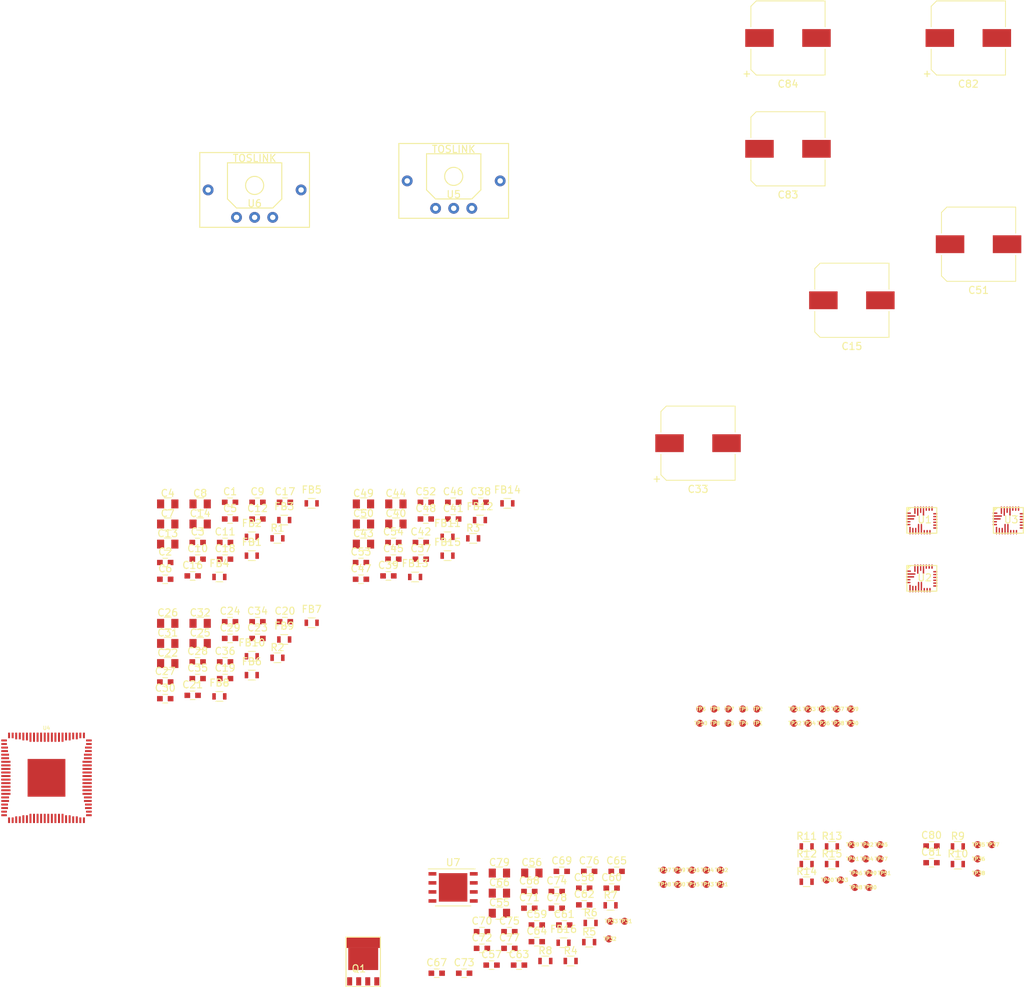
<source format=kicad_pcb>
(kicad_pcb (version 20171130) (host pcbnew "(5.1.0-0)")
  (layers (0 F.Cu signal) (31 B.Cu signal) (34 B.Paste user) (35 F.Paste user) (36 B.SilkS user) (37 F.SilkS user) (38 B.Mask user) (39 F.Mask user) (44 Edge.Cuts user))
  (net 0 "")
  (net 1 GND)
  (net 2 P1V8)
  (net 3 "/Amplifier 1/AMP_DREG")
  (net 4 "/Amplifier 1/AMP_IOVDD")
  (net 5 "/Amplifier 1/AMP_AVDD")
  (net 6 "Net-(C9-Pad2)")
  (net 7 "/Amplifier 1/AMP_OUT_P")
  (net 8 "Net-(C10-Pad2)")
  (net 9 "/Amplifier 1/AMP_OUT_N")
  (net 10 "/Amplifier 1/AMP_AREG")
  (net 11 "/Amplifier 1/P12V_AMP")
  (net 12 P12V)
  (net 13 "/Amplifier 2/AMP_DREG")
  (net 14 "/Amplifier 2/AMP_IOVDD")
  (net 15 "/Amplifier 2/AMP_AVDD")
  (net 16 "Net-(C27-Pad2)")
  (net 17 "/Amplifier 2/AMP_OUT_P")
  (net 18 "/Amplifier 2/AMP_OUT_N")
  (net 19 "Net-(C28-Pad2)")
  (net 20 "/Amplifier 2/AMP_AREG")
  (net 21 "/Amplifier 2/P12V_AMP")
  (net 22 "/Amplifier 3/AMP_DREG")
  (net 23 "/Amplifier 3/AMP_IOVDD")
  (net 24 "/Amplifier 3/AMP_AVDD")
  (net 25 "Net-(C45-Pad2)")
  (net 26 "/Amplifier 3/AMP_OUT_P")
  (net 27 "/Amplifier 3/AMP_OUT_N")
  (net 28 "Net-(C46-Pad2)")
  (net 29 "/Amplifier 3/AMP_AREG")
  (net 30 "/Amplifier 3/P12V_AMP")
  (net 31 "Net-(C55-Pad1)")
  (net 32 /DSP/P1V2_DVDD)
  (net 33 P3V3)
  (net 34 /DSP/PLLF_2)
  (net 35 "Net-(C73-Pad1)")
  (net 36 "Net-(C77-Pad1)")
  (net 37 /DSP/VDRV)
  (net 38 /DSP/PLLF)
  (net 39 "Net-(R8-Pad1)")
  (net 40 "Net-(U5-Pad1)")
  (net 41 "Net-(U5-Pad3)")
  (net 42 "Net-(U5-Pad4)")
  (net 43 "Net-(U5-Pad5)")
  (net 44 "Net-(U6-Pad5)")
  (net 45 "Net-(U6-Pad4)")
  (net 46 "Net-(U6-Pad3)")
  (net 47 "Net-(U6-Pad2)")
  (net 48 "Net-(U6-Pad1)")
  (net 49 "Net-(TP34-Pad1)")
  (net 50 "/Amplifier 1/AMP_OUT_N_FLT")
  (net 51 "/Amplifier 1/AMP_OUT_P_FLT")
  (net 52 "/Amplifier 2/AMP_OUT_N_FLT")
  (net 53 "/Amplifier 2/AMP_OUT_P_FLT")
  (net 54 "/Amplifier 3/AMP_OUT_N_FLT")
  (net 55 "/Amplifier 3/AMP_OUT_P_FLT")
  (net 56 /DSP/P1V8_IOVDD)
  (net 57 /DSP/MP7)
  (net 58 /DSP/EE_SS)
  (net 59 "Net-(R10-Pad2)")
  (net 60 "/Amplifier 1/IRQ_N")
  (net 61 "/Amplifier 1/SCL")
  (net 62 "/Amplifier 1/SDA")
  (net 63 "/Amplifier 2/MODE")
  (net 64 "/Amplifier 3/MODE")
  (net 65 /DSP/EE_MISO)
  (net 66 /DSP/EE_SCLK)
  (net 67 /DSP/EE_MOSI)
  (net 68 "/Amplifier 1/FSYNC")
  (net 69 /DSP/BCLK_OUT1)
  (net 70 /DSP/BCLK_OUT2)
  (net 71 /DSP/SDATA_OUT0)
  (net 72 /DSP/SDATA_OUT1)
  (net 73 /DSP/SDATA_OUT2)
  (net 74 /DSP/BCLK_OUT0)
  (net 75 "/Amplifier 2/FSYNC")
  (net 76 "/Amplifier 3/FSYNC")
  (net 77 "/Amplifier 1/SDOUT")
  (net 78 "/Amplifier 2/SDOUT")
  (net 79 "/Amplifier 3/SDOUT")
  (net 80 /DSP/SPDIFIN)
  (net 81 /DSP/SPDIFOUT)
  (net 82 /DSP/MP15)
  (net 83 /DSP/AUXADC0)
  (net 84 /DSP/AUXADC1)
  (net 85 /DSP/AUXADC2)
  (net 86 /DSP/AUXADC3)
  (net 87 /DSP/AUXADC4)
  (net 88 /DSP/AUXADC5)
  (net 89 /DSP/AUXADC6)
  (net 90 /DSP/AUXADC7)
  (net 91 /DSP/RESET_N)
  (net 92 /DSP/MISO_SDA)
  (net 93 /DSP/SCLK_SCL)
  (net 94 /DSP/MOSI_ADDR1)
  (net 95 /DSP/SS_ADDR0)
  (net 96 /DSP/SELFBOOT)
  (net 97 /DSP/MP6)
  (net 98 /DSP/LRCLK_OUT3)
  (net 99 /DSP/BCLK_OUT3)
  (net 100 /DSP/SDATA_OUT3)
  (net 101 /DSP/SDATAIO7)
  (net 102 /DSP/SDATAIO6)
  (net 103 /DSP/SDATAIO5)
  (net 104 /DSP/SDATAIO4)
  (net 105 /DSP/SDATAIO3)
  (net 106 /DSP/SDATAIO2)
  (net 107 /DSP/SDATAIO1)
  (net 108 /DSP/SDATAIO0)
  (net 109 /DSP/BCLK_IN0)
  (net 110 /DSP/LRCLK_IN0)
  (net 111 /DSP/SDATA_IN0)
  (net 112 /DSP/BCLK_IN1)
  (net 113 /DSP/LRCLK_IN1)
  (net 114 /DSP/SDATA_IN1)
  (net 115 /DSP/THD_M)
  (net 116 /DSP/THD_P)
  (net 117 /DSP/BCLK_IN2)
  (net 118 /DSP/LRCLK_IN2)
  (net 119 /DSP/SDATA_IN2)
  (net 120 /DSP/BCLK_IN3)
  (net 121 /DSP/LRCLK_IN3)
  (net 122 /DSP/SDATA_IN3)
  (module footprints:TP_1mm (layer F.Cu) (at 208.92 130.77)
    (fp_text reference TP1 (at 0.127 0) (layer F.SilkS) (effects (font (size 0.5 0.5) (thickness 0.125))))
    (fp_text value TP)
    (pad 1 smd circle (at 0 0) (size 1 1) (layers F.Cu F.Mask) (net 3 "/Amplifier 1/AMP_DREG"))
  )
  (module footprints:TP_1mm (layer F.Cu) (at 208.92 128.77)
    (fp_text reference TP2 (at 0.127 0) (layer F.SilkS) (effects (font (size 0.5 0.5) (thickness 0.125))))
    (fp_text value TP)
    (pad 1 smd circle (at 0 0) (size 1 1) (layers F.Cu F.Mask) (net 4 "/Amplifier 1/AMP_IOVDD"))
  )
  (module footprints:TP_1mm (layer F.Cu) (at 200.92 128.77)
    (fp_text reference TP3 (at 0.127 0) (layer F.SilkS) (effects (font (size 0.5 0.5) (thickness 0.125))))
    (fp_text value TP)
    (pad 1 smd circle (at 0 0) (size 1 1) (layers F.Cu F.Mask) (net 5 "/Amplifier 1/AMP_AVDD"))
  )
  (module footprints:TP_1mm (layer F.Cu) (at 206.92 130.77)
    (fp_text reference TP4 (at 0.127 0) (layer F.SilkS) (effects (font (size 0.5 0.5) (thickness 0.125))))
    (fp_text value TP)
    (pad 1 smd circle (at 0 0) (size 1 1) (layers F.Cu F.Mask) (net 11 "/Amplifier 1/P12V_AMP"))
  )
  (module footprints:TP_1mm (layer F.Cu) (at 206.92 128.77)
    (fp_text reference TP5 (at 0.127 0) (layer F.SilkS) (effects (font (size 0.5 0.5) (thickness 0.125))))
    (fp_text value TP)
    (pad 1 smd circle (at 0 0) (size 1 1) (layers F.Cu F.Mask) (net 7 "/Amplifier 1/AMP_OUT_P"))
  )
  (module footprints:TP_1mm (layer F.Cu) (at 204.92 130.77)
    (fp_text reference TP6 (at 0.127 0) (layer F.SilkS) (effects (font (size 0.5 0.5) (thickness 0.125))))
    (fp_text value TP)
    (pad 1 smd circle (at 0 0) (size 1 1) (layers F.Cu F.Mask) (net 9 "/Amplifier 1/AMP_OUT_N"))
  )
  (module footprints:TP_1mm (layer F.Cu) (at 204.92 128.77)
    (fp_text reference TP7 (at 0.127 0) (layer F.SilkS) (effects (font (size 0.5 0.5) (thickness 0.125))))
    (fp_text value TP)
    (pad 1 smd circle (at 0 0) (size 1 1) (layers F.Cu F.Mask) (net 10 "/Amplifier 1/AMP_AREG"))
  )
  (module footprints:TP_1mm (layer F.Cu) (at 202.92 130.77)
    (fp_text reference TP8 (at 0.127 0) (layer F.SilkS) (effects (font (size 0.5 0.5) (thickness 0.125))))
    (fp_text value TP)
    (pad 1 smd circle (at 0 0) (size 1 1) (layers F.Cu F.Mask) (net 51 "/Amplifier 1/AMP_OUT_P_FLT"))
  )
  (module footprints:TP_1mm (layer F.Cu) (at 202.92 128.77)
    (fp_text reference TP9 (at 0.127 0) (layer F.SilkS) (effects (font (size 0.5 0.5) (thickness 0.125))))
    (fp_text value TP)
    (pad 1 smd circle (at 0 0) (size 1 1) (layers F.Cu F.Mask) (net 50 "/Amplifier 1/AMP_OUT_N_FLT"))
  )
  (module footprints:TP_1mm (layer F.Cu) (at 200.92 130.77)
    (fp_text reference TP10 (at 0.127 0) (layer F.SilkS) (effects (font (size 0.5 0.5) (thickness 0.125))))
    (fp_text value TP)
    (pad 1 smd circle (at 0 0) (size 1 1) (layers F.Cu F.Mask) (net 1 GND))
  )
  (module footprints:TP_1mm (layer F.Cu) (at 203.83 153.39)
    (fp_text reference TP11 (at 0.127 0) (layer F.SilkS) (effects (font (size 0.5 0.5) (thickness 0.125))))
    (fp_text value TP)
    (pad 1 smd circle (at 0 0) (size 1 1) (layers F.Cu F.Mask) (net 13 "/Amplifier 2/AMP_DREG"))
  )
  (module footprints:TP_1mm (layer F.Cu) (at 203.83 151.39)
    (fp_text reference TP12 (at 0.127 0) (layer F.SilkS) (effects (font (size 0.5 0.5) (thickness 0.125))))
    (fp_text value TP)
    (pad 1 smd circle (at 0 0) (size 1 1) (layers F.Cu F.Mask) (net 14 "/Amplifier 2/AMP_IOVDD"))
  )
  (module footprints:TP_1mm (layer F.Cu) (at 201.83 153.39)
    (fp_text reference TP13 (at 0.127 0) (layer F.SilkS) (effects (font (size 0.5 0.5) (thickness 0.125))))
    (fp_text value TP)
    (pad 1 smd circle (at 0 0) (size 1 1) (layers F.Cu F.Mask) (net 15 "/Amplifier 2/AMP_AVDD"))
  )
  (module footprints:TP_1mm (layer F.Cu) (at 201.83 151.39)
    (fp_text reference TP14 (at 0.127 0) (layer F.SilkS) (effects (font (size 0.5 0.5) (thickness 0.125))))
    (fp_text value TP)
    (pad 1 smd circle (at 0 0) (size 1 1) (layers F.Cu F.Mask) (net 21 "/Amplifier 2/P12V_AMP"))
  )
  (module footprints:TP_1mm (layer F.Cu) (at 199.83 153.39)
    (fp_text reference TP15 (at 0.127 0) (layer F.SilkS) (effects (font (size 0.5 0.5) (thickness 0.125))))
    (fp_text value TP)
    (pad 1 smd circle (at 0 0) (size 1 1) (layers F.Cu F.Mask) (net 17 "/Amplifier 2/AMP_OUT_P"))
  )
  (module footprints:TP_1mm (layer F.Cu) (at 199.83 151.39)
    (fp_text reference TP16 (at 0.127 0) (layer F.SilkS) (effects (font (size 0.5 0.5) (thickness 0.125))))
    (fp_text value TP)
    (pad 1 smd circle (at 0 0) (size 1 1) (layers F.Cu F.Mask) (net 18 "/Amplifier 2/AMP_OUT_N"))
  )
  (module footprints:TP_1mm (layer F.Cu) (at 195.83 151.39)
    (fp_text reference TP17 (at 0.127 0) (layer F.SilkS) (effects (font (size 0.5 0.5) (thickness 0.125))))
    (fp_text value TP)
    (pad 1 smd circle (at 0 0) (size 1 1) (layers F.Cu F.Mask) (net 20 "/Amplifier 2/AMP_AREG"))
  )
  (module footprints:TP_1mm (layer F.Cu) (at 195.83 153.39)
    (fp_text reference TP18 (at 0.127 0) (layer F.SilkS) (effects (font (size 0.5 0.5) (thickness 0.125))))
    (fp_text value TP)
    (pad 1 smd circle (at 0 0) (size 1 1) (layers F.Cu F.Mask) (net 53 "/Amplifier 2/AMP_OUT_P_FLT"))
  )
  (module footprints:TP_1mm (layer F.Cu) (at 197.83 151.39)
    (fp_text reference TP19 (at 0.127 0) (layer F.SilkS) (effects (font (size 0.5 0.5) (thickness 0.125))))
    (fp_text value TP)
    (pad 1 smd circle (at 0 0) (size 1 1) (layers F.Cu F.Mask) (net 52 "/Amplifier 2/AMP_OUT_N_FLT"))
  )
  (module footprints:TP_1mm (layer F.Cu) (at 197.83 153.39)
    (fp_text reference TP20 (at 0.127 0) (layer F.SilkS) (effects (font (size 0.5 0.5) (thickness 0.125))))
    (fp_text value TP)
    (pad 1 smd circle (at 0 0) (size 1 1) (layers F.Cu F.Mask) (net 1 GND))
  )
  (module footprints:TP_1mm (layer F.Cu) (at 214.13 128.77)
    (fp_text reference TP21 (at 0.127 0) (layer F.SilkS) (effects (font (size 0.5 0.5) (thickness 0.125))))
    (fp_text value TP)
    (pad 1 smd circle (at 0 0) (size 1 1) (layers F.Cu F.Mask) (net 22 "/Amplifier 3/AMP_DREG"))
  )
  (module footprints:TP_1mm (layer F.Cu) (at 214.13 130.77)
    (fp_text reference TP22 (at 0.127 0) (layer F.SilkS) (effects (font (size 0.5 0.5) (thickness 0.125))))
    (fp_text value TP)
    (pad 1 smd circle (at 0 0) (size 1 1) (layers F.Cu F.Mask) (net 23 "/Amplifier 3/AMP_IOVDD"))
  )
  (module footprints:TP_1mm (layer F.Cu) (at 216.13 128.77)
    (fp_text reference TP23 (at 0.127 0) (layer F.SilkS) (effects (font (size 0.5 0.5) (thickness 0.125))))
    (fp_text value TP)
    (pad 1 smd circle (at 0 0) (size 1 1) (layers F.Cu F.Mask) (net 24 "/Amplifier 3/AMP_AVDD"))
  )
  (module footprints:TP_1mm (layer F.Cu) (at 216.13 130.77)
    (fp_text reference TP24 (at 0.127 0) (layer F.SilkS) (effects (font (size 0.5 0.5) (thickness 0.125))))
    (fp_text value TP)
    (pad 1 smd circle (at 0 0) (size 1 1) (layers F.Cu F.Mask) (net 30 "/Amplifier 3/P12V_AMP"))
  )
  (module footprints:TP_1mm (layer F.Cu) (at 218.13 128.77)
    (fp_text reference TP25 (at 0.127 0) (layer F.SilkS) (effects (font (size 0.5 0.5) (thickness 0.125))))
    (fp_text value TP)
    (pad 1 smd circle (at 0 0) (size 1 1) (layers F.Cu F.Mask) (net 26 "/Amplifier 3/AMP_OUT_P"))
  )
  (module footprints:TP_1mm (layer F.Cu) (at 218.13 130.77)
    (fp_text reference TP26 (at 0.127 0) (layer F.SilkS) (effects (font (size 0.5 0.5) (thickness 0.125))))
    (fp_text value TP)
    (pad 1 smd circle (at 0 0) (size 1 1) (layers F.Cu F.Mask) (net 27 "/Amplifier 3/AMP_OUT_N"))
  )
  (module footprints:TP_1mm (layer F.Cu) (at 220.13 128.77)
    (fp_text reference TP27 (at 0.127 0) (layer F.SilkS) (effects (font (size 0.5 0.5) (thickness 0.125))))
    (fp_text value TP)
    (pad 1 smd circle (at 0 0) (size 1 1) (layers F.Cu F.Mask) (net 29 "/Amplifier 3/AMP_AREG"))
  )
  (module footprints:TP_1mm (layer F.Cu) (at 220.13 130.77)
    (fp_text reference TP28 (at 0.127 0) (layer F.SilkS) (effects (font (size 0.5 0.5) (thickness 0.125))))
    (fp_text value TP)
    (pad 1 smd circle (at 0 0) (size 1 1) (layers F.Cu F.Mask) (net 55 "/Amplifier 3/AMP_OUT_P_FLT"))
  )
  (module footprints:TP_1mm (layer F.Cu) (at 222.13 128.77)
    (fp_text reference TP29 (at 0.127 0) (layer F.SilkS) (effects (font (size 0.5 0.5) (thickness 0.125))))
    (fp_text value TP)
    (pad 1 smd circle (at 0 0) (size 1 1) (layers F.Cu F.Mask) (net 54 "/Amplifier 3/AMP_OUT_N_FLT"))
  )
  (module footprints:TP_1mm (layer F.Cu) (at 222.13 130.77)
    (fp_text reference TP30 (at 0.127 0) (layer F.SilkS) (effects (font (size 0.5 0.5) (thickness 0.125))))
    (fp_text value TP)
    (pad 1 smd circle (at 0 0) (size 1 1) (layers F.Cu F.Mask) (net 1 GND))
  )
  (module footprints:TP_1mm (layer F.Cu) (at 190.36 158.57)
    (fp_text reference TP31 (at 0.127 0) (layer F.SilkS) (effects (font (size 0.5 0.5) (thickness 0.125))))
    (fp_text value TP)
    (pad 1 smd circle (at 0 0) (size 1 1) (layers F.Cu F.Mask) (net 32 /DSP/P1V2_DVDD))
  )
  (module footprints:TP_1mm (layer F.Cu) (at 188.16 161.05)
    (fp_text reference TP32 (at 0.127 0) (layer F.SilkS) (effects (font (size 0.5 0.5) (thickness 0.125))))
    (fp_text value TP)
    (pad 1 smd circle (at 0 0) (size 1 1) (layers F.Cu F.Mask) (net 56 /DSP/P1V8_IOVDD))
  )
  (module footprints:TP_1mm (layer F.Cu) (at 188.36 158.57)
    (fp_text reference TP33 (at 0.127 0) (layer F.SilkS) (effects (font (size 0.5 0.5) (thickness 0.125))))
    (fp_text value TP)
    (pad 1 smd circle (at 0 0) (size 1 1) (layers F.Cu F.Mask) (net 37 /DSP/VDRV))
  )
  (module footprints:TP_1mm (layer F.Cu) (at 239.9 147.82)
    (fp_text reference TP35 (at 0.127 0) (layer F.SilkS) (effects (font (size 0.5 0.5) (thickness 0.125))))
    (fp_text value TP)
    (pad 1 smd circle (at 0 0) (size 1 1) (layers F.Cu F.Mask) (net 65 /DSP/EE_MISO))
  )
  (module footprints:TP_1mm (layer F.Cu) (at 239.9 149.82)
    (fp_text reference TP36 (at 0.127 0) (layer F.SilkS) (effects (font (size 0.5 0.5) (thickness 0.125))))
    (fp_text value TP)
    (pad 1 smd circle (at 0 0) (size 1 1) (layers F.Cu F.Mask) (net 66 /DSP/EE_SCLK))
  )
  (module footprints:TP_1mm (layer F.Cu) (at 241.9 147.82)
    (fp_text reference TP37 (at 0.127 0) (layer F.SilkS) (effects (font (size 0.5 0.5) (thickness 0.125))))
    (fp_text value TP)
    (pad 1 smd circle (at 0 0) (size 1 1) (layers F.Cu F.Mask) (net 67 /DSP/EE_MOSI))
  )
  (module footprints:TP_1mm (layer F.Cu) (at 239.9 151.82)
    (fp_text reference TP38 (at 0.127 0) (layer F.SilkS) (effects (font (size 0.5 0.5) (thickness 0.125))))
    (fp_text value TP)
    (pad 1 smd circle (at 0 0) (size 1 1) (layers F.Cu F.Mask) (net 58 /DSP/EE_SS))
  )
  (module footprints:TP_1mm (layer F.Cu) (at 222.23 147.82)
    (fp_text reference TP39 (at 0.127 0) (layer F.SilkS) (effects (font (size 0.5 0.5) (thickness 0.125))))
    (fp_text value TP)
    (pad 1 smd circle (at 0 0) (size 1 1) (layers F.Cu F.Mask) (net 62 "/Amplifier 1/SDA"))
  )
  (module footprints:TP_1mm (layer F.Cu) (at 218.68 152.78)
    (fp_text reference TP40 (at 0.127 0) (layer F.SilkS) (effects (font (size 0.5 0.5) (thickness 0.125))))
    (fp_text value TP)
    (pad 1 smd circle (at 0 0) (size 1 1) (layers F.Cu F.Mask) (net 57 /DSP/MP7))
  )
  (module footprints:TP_1mm (layer F.Cu) (at 222.23 149.82)
    (fp_text reference TP41 (at 0.127 0) (layer F.SilkS) (effects (font (size 0.5 0.5) (thickness 0.125))))
    (fp_text value TP)
    (pad 1 smd circle (at 0 0) (size 1 1) (layers F.Cu F.Mask) (net 60 "/Amplifier 1/IRQ_N"))
  )
  (module footprints:TP_1mm (layer F.Cu) (at 224.23 147.82)
    (fp_text reference TP42 (at 0.127 0) (layer F.SilkS) (effects (font (size 0.5 0.5) (thickness 0.125))))
    (fp_text value TP)
    (pad 1 smd circle (at 0 0) (size 1 1) (layers F.Cu F.Mask) (net 68 "/Amplifier 1/FSYNC"))
  )
  (module footprints:TP_1mm (layer F.Cu) (at 220.68 152.78)
    (fp_text reference TP43 (at 0.127 0) (layer F.SilkS) (effects (font (size 0.5 0.5) (thickness 0.125))))
    (fp_text value TP)
    (pad 1 smd circle (at 0 0) (size 1 1) (layers F.Cu F.Mask) (net 69 /DSP/BCLK_OUT1))
  )
  (module footprints:TP_1mm (layer F.Cu) (at 224.23 149.82)
    (fp_text reference TP44 (at 0.127 0) (layer F.SilkS) (effects (font (size 0.5 0.5) (thickness 0.125))))
    (fp_text value TP)
    (pad 1 smd circle (at 0 0) (size 1 1) (layers F.Cu F.Mask) (net 70 /DSP/BCLK_OUT2))
  )
  (module footprints:TP_1mm (layer F.Cu) (at 226.23 147.82)
    (fp_text reference TP45 (at 0.127 0) (layer F.SilkS) (effects (font (size 0.5 0.5) (thickness 0.125))))
    (fp_text value TP)
    (pad 1 smd circle (at 0 0) (size 1 1) (layers F.Cu F.Mask) (net 62 "/Amplifier 1/SDA"))
  )
  (module footprints:TP_1mm (layer F.Cu) (at 222.68 151.82)
    (fp_text reference TP46 (at 0.127 0) (layer F.SilkS) (effects (font (size 0.5 0.5) (thickness 0.125))))
    (fp_text value TP)
    (pad 1 smd circle (at 0 0) (size 1 1) (layers F.Cu F.Mask) (net 71 /DSP/SDATA_OUT0))
  )
  (module footprints:TP_1mm (layer F.Cu) (at 226.23 149.82)
    (fp_text reference TP47 (at 0.127 0) (layer F.SilkS) (effects (font (size 0.5 0.5) (thickness 0.125))))
    (fp_text value TP)
    (pad 1 smd circle (at 0 0) (size 1 1) (layers F.Cu F.Mask) (net 72 /DSP/SDATA_OUT1))
  )
  (module footprints:TP_1mm (layer F.Cu) (at 222.68 153.82)
    (fp_text reference TP48 (at 0.127 0) (layer F.SilkS) (effects (font (size 0.5 0.5) (thickness 0.125))))
    (fp_text value TP)
    (pad 1 smd circle (at 0 0) (size 1 1) (layers F.Cu F.Mask) (net 73 /DSP/SDATA_OUT2))
  )
  (module footprints:TP_1mm (layer F.Cu) (at 224.68 151.82)
    (fp_text reference TP49 (at 0.127 0) (layer F.SilkS) (effects (font (size 0.5 0.5) (thickness 0.125))))
    (fp_text value TP)
    (pad 1 smd circle (at 0 0) (size 1 1) (layers F.Cu F.Mask) (net 74 /DSP/BCLK_OUT0))
  )
  (module footprints:TP_1mm (layer F.Cu) (at 224.68 153.82)
    (fp_text reference TP50 (at 0.127 0) (layer F.SilkS) (effects (font (size 0.5 0.5) (thickness 0.125))))
    (fp_text value TP)
    (pad 1 smd circle (at 0 0) (size 1 1) (layers F.Cu F.Mask) (net 75 "/Amplifier 2/FSYNC"))
  )
  (module footprints:TP_1mm (layer F.Cu) (at 226.68 151.82)
    (fp_text reference TP51 (at 0.127 0) (layer F.SilkS) (effects (font (size 0.5 0.5) (thickness 0.125))))
    (fp_text value TP)
    (pad 1 smd circle (at 0 0) (size 1 1) (layers F.Cu F.Mask) (net 76 "/Amplifier 3/FSYNC"))
  )
  (module footprints:CP_Elec_10x10 (layer F.Cu) (at 240.03 63.5)
    (fp_text reference C51 (at 0 6.46) (layer F.SilkS))
    (fp_text value PCAP_120u_2)
    (pad 2 smd rect (at 4 0 180) (size 4 2.5) (layers F.Cu F.Paste F.Mask) (net 1 GND))
    (pad 1 smd rect (at -4 0 180) (size 4 2.5) (layers F.Cu F.Paste F.Mask) (net 30 "/Amplifier 3/P12V_AMP"))
  )
  (module footprints:CP_Elec_10x10 (layer F.Cu) (at 222.25 71.375001)
    (fp_text reference C15 (at 0 6.46) (layer F.SilkS))
    (fp_text value PCAP_120u_2)
    (pad 2 smd rect (at 4 0 180) (size 4 2.5) (layers F.Cu F.Paste F.Mask) (net 1 GND))
    (pad 1 smd rect (at -4 0 180) (size 4 2.5) (layers F.Cu F.Paste F.Mask) (net 11 "/Amplifier 1/P12V_AMP"))
  )
  (module footprints:CP_Elec_10x10 (layer F.Cu) (at 200.66 91.44)
    (fp_text reference C33 (at 0 6.46) (layer F.SilkS))
    (fp_text value PCAP_120u_2)
    (fp_text user + (at -5.78 4.97) (layer F.SilkS))
    (pad 2 smd rect (at 4 0 180) (size 4 2.5) (layers F.Cu F.Paste F.Mask) (net 1 GND))
    (pad 1 smd rect (at -4 0 180) (size 4 2.5) (layers F.Cu F.Paste F.Mask) (net 21 "/Amplifier 2/P12V_AMP"))
  )
  (module footprints:CP_Elec_10x10 (layer F.Cu) (at 238.595001 34.545001)
    (fp_text reference C82 (at 0 6.46) (layer F.SilkS))
    (fp_text value PCAP_120u_2)
    (fp_text user + (at -5.78 4.97) (layer F.SilkS))
    (pad 2 smd rect (at 4 0 180) (size 4 2.5) (layers F.Cu F.Paste F.Mask) (net 1 GND))
    (pad 1 smd rect (at -4 0 180) (size 4 2.5) (layers F.Cu F.Paste F.Mask) (net 30 "/Amplifier 3/P12V_AMP"))
  )
  (module footprints:CP_Elec_10x10 (layer F.Cu) (at 213.285001 50.105001)
    (fp_text reference C83 (at 0 6.46) (layer F.SilkS))
    (fp_text value PCAP_120u_2)
    (pad 2 smd rect (at 4 0 180) (size 4 2.5) (layers F.Cu F.Paste F.Mask) (net 1 GND))
    (pad 1 smd rect (at -4 0 180) (size 4 2.5) (layers F.Cu F.Paste F.Mask) (net 21 "/Amplifier 2/P12V_AMP"))
  )
  (module footprints:CP_Elec_10x10 (layer F.Cu) (at 213.285001 34.545001)
    (fp_text reference C84 (at 0 6.46) (layer F.SilkS))
    (fp_text value PCAP_120u_2)
    (fp_text user + (at -5.78 4.97) (layer F.SilkS))
    (pad 2 smd rect (at 4 0 180) (size 4 2.5) (layers F.Cu F.Paste F.Mask) (net 1 GND))
    (pad 1 smd rect (at -4 0 180) (size 4 2.5) (layers F.Cu F.Paste F.Mask) (net 11 "/Amplifier 1/P12V_AMP"))
  )
  (module footprints:DFN-8-1EP_6x5mm_P1.27mm_EP4x4mm (layer F.Cu) (at 166.285001 153.815001)
    (fp_text reference U7 (at 0 -3.5) (layer F.SilkS))
    (fp_text value 25AA1024)
    (pad 9 smd rect (at 0 0 270) (size 4 4) (layers F.Cu F.Mask))
    (pad 8 smd rect (at 2.9 -1.905 270) (size 0.5 1.1) (layers F.Cu F.Paste F.Mask) (net 33 P3V3))
    (pad 7 smd rect (at 2.9 -0.635 270) (size 0.5 1.1) (layers F.Cu F.Paste F.Mask) (net 33 P3V3))
    (pad 6 smd rect (at 2.9 0.635 270) (size 0.5 1.1) (layers F.Cu F.Paste F.Mask) (net 66 /DSP/EE_SCLK))
    (pad 5 smd rect (at 2.9 1.905 270) (size 0.5 1.1) (layers F.Cu F.Paste F.Mask) (net 67 /DSP/EE_MOSI))
    (pad 4 smd rect (at -2.9 1.905 270) (size 0.5 1.1) (layers F.Cu F.Paste F.Mask) (net 1 GND))
    (pad 3 smd rect (at -2.9 0.635 270) (size 0.5 1.1) (layers F.Cu F.Paste F.Mask) (net 59 "Net-(R10-Pad2)"))
    (pad 2 smd rect (at -2.9 -0.635 270) (size 0.5 1.1) (layers F.Cu F.Paste F.Mask) (net 65 /DSP/EE_MISO))
    (pad 1 smd rect (at -2.9 -1.905 270) (size 0.5 1.1) (layers F.Cu F.Paste F.Mask) (net 58 /DSP/EE_SS))
  )
  (module footprints:PowerPAK_SO8 (layer F.Cu) (at 153.67 163.83)
    (fp_text reference Q1 (at -0.6 1.4) (layer F.SilkS))
    (fp_text value PHPT61002PYCLHX)
    (pad 5 smd rect (at 0 -2.25806 90) (size 1.5 4.7) (layers F.Cu F.Mask) (net 32 /DSP/P1V2_DVDD))
    (pad 5 smd rect (at 0 0.039 90) (size 3.1 4.2) (layers F.Cu F.Mask) (net 32 /DSP/P1V2_DVDD))
    (pad 4 smd rect (at 1.905 3.175) (size 0.7 1.15) (layers F.Cu F.Paste F.Mask) (net 37 /DSP/VDRV))
    (pad 3 smd rect (at 0.635 3.175) (size 0.7 1.15) (layers F.Cu F.Paste F.Mask) (net 56 /DSP/P1V8_IOVDD))
    (pad 2 smd rect (at -0.635 3.175) (size 0.7 1.15) (layers F.Cu F.Paste F.Mask) (net 56 /DSP/P1V8_IOVDD))
    (pad 1 smd rect (at -1.905 3.175) (size 0.7 1.15) (layers F.Cu F.Paste F.Mask) (net 56 /DSP/P1V8_IOVDD))
  )
  (module C0603 (layer F.Cu) (at 134.985001 99.735001)
    (fp_text reference C1 (at 0 -1.5) (layer F.SilkS))
    (fp_text value C0603_100n_50Vdc_X7R)
    (pad 2 smd rect (at 0.75 0) (size 0.8 0.75) (layers F.Cu F.Paste F.Mask) (net 1 GND))
    (pad 1 smd rect (at -0.75 0) (size 0.8 0.75) (layers F.Cu F.Paste F.Mask) (net 2 P1V8))
  )
  (module C0603 (layer F.Cu) (at 125.885001 108.195001)
    (fp_text reference C2 (at 0 -1.5) (layer F.SilkS))
    (fp_text value C0603_100n_50Vdc_X7R)
    (pad 2 smd rect (at 0.75 0) (size 0.8 0.75) (layers F.Cu F.Paste F.Mask) (net 1 GND))
    (pad 1 smd rect (at -0.75 0) (size 0.8 0.75) (layers F.Cu F.Paste F.Mask) (net 2 P1V8))
  )
  (module C0603 (layer F.Cu) (at 130.435001 105.375001)
    (fp_text reference C3 (at 0 -1.5) (layer F.SilkS))
    (fp_text value C0603_100n_50Vdc_X7R)
    (pad 2 smd rect (at 0.75 0) (size 0.8 0.75) (layers F.Cu F.Paste F.Mask) (net 1 GND))
    (pad 1 smd rect (at -0.75 0) (size 0.8 0.75) (layers F.Cu F.Paste F.Mask) (net 3 "/Amplifier 1/AMP_DREG"))
  )
  (module C0805 (layer F.Cu) (at 126.235001 99.970001)
    (fp_text reference C4 (at 0 -1.5) (layer F.SilkS))
    (fp_text value C0805_1u_50Vdc_X7R)
    (pad 2 smd rect (at 1 0) (size 1 1.25) (layers F.Cu F.Paste F.Mask) (net 1 GND))
    (pad 1 smd rect (at -1 0) (size 1 1.25) (layers F.Cu F.Paste F.Mask) (net 3 "/Amplifier 1/AMP_DREG"))
  )
  (module C0603 (layer F.Cu) (at 134.985001 102.085001)
    (fp_text reference C5 (at 0 -1.5) (layer F.SilkS))
    (fp_text value C0603_100n_50Vdc_X7R)
    (pad 2 smd rect (at 0.75 0) (size 0.8 0.75) (layers F.Cu F.Paste F.Mask) (net 1 GND))
    (pad 1 smd rect (at -0.75 0) (size 0.8 0.75) (layers F.Cu F.Paste F.Mask) (net 4 "/Amplifier 1/AMP_IOVDD"))
  )
  (module C0603 (layer F.Cu) (at 125.885001 110.545001)
    (fp_text reference C6 (at 0 -1.5) (layer F.SilkS))
    (fp_text value C0603_100n_50Vdc_X7R)
    (pad 1 smd rect (at -0.75 0) (size 0.8 0.75) (layers F.Cu F.Paste F.Mask) (net 5 "/Amplifier 1/AMP_AVDD"))
    (pad 2 smd rect (at 0.75 0) (size 0.8 0.75) (layers F.Cu F.Paste F.Mask) (net 1 GND))
  )
  (module C0805 (layer F.Cu) (at 126.235001 102.790001)
    (fp_text reference C7 (at 0 -1.5) (layer F.SilkS))
    (fp_text value C0805_1u_50Vdc_X7R)
    (pad 1 smd rect (at -1 0) (size 1 1.25) (layers F.Cu F.Paste F.Mask) (net 4 "/Amplifier 1/AMP_IOVDD"))
    (pad 2 smd rect (at 1 0) (size 1 1.25) (layers F.Cu F.Paste F.Mask) (net 1 GND))
  )
  (module C0805 (layer F.Cu) (at 130.785001 99.970001)
    (fp_text reference C8 (at 0 -1.5) (layer F.SilkS))
    (fp_text value C0805_10u_35Vdc_X5R)
    (pad 1 smd rect (at -1 0) (size 1 1.25) (layers F.Cu F.Paste F.Mask) (net 5 "/Amplifier 1/AMP_AVDD"))
    (pad 2 smd rect (at 1 0) (size 1 1.25) (layers F.Cu F.Paste F.Mask) (net 1 GND))
  )
  (module C0603 (layer F.Cu) (at 138.835001 99.735001)
    (fp_text reference C9 (at 0 -1.5) (layer F.SilkS))
    (fp_text value C0603_100n_50Vdc_X7R)
    (pad 2 smd rect (at 0.75 0) (size 0.8 0.75) (layers F.Cu F.Paste F.Mask) (net 6 "Net-(C9-Pad2)"))
    (pad 1 smd rect (at -0.75 0) (size 0.8 0.75) (layers F.Cu F.Paste F.Mask) (net 7 "/Amplifier 1/AMP_OUT_P"))
  )
  (module C0603 (layer F.Cu) (at 130.435001 107.725001)
    (fp_text reference C10 (at 0 -1.5) (layer F.SilkS))
    (fp_text value C0603_100n_50Vdc_X7R)
    (pad 2 smd rect (at 0.75 0) (size 0.8 0.75) (layers F.Cu F.Paste F.Mask) (net 8 "Net-(C10-Pad2)"))
    (pad 1 smd rect (at -0.75 0) (size 0.8 0.75) (layers F.Cu F.Paste F.Mask) (net 9 "/Amplifier 1/AMP_OUT_N"))
  )
  (module C0603 (layer F.Cu) (at 134.285001 105.375001)
    (fp_text reference C11 (at 0 -1.5) (layer F.SilkS))
    (fp_text value C0603_100n_50Vdc_X7R)
    (pad 2 smd rect (at 0.75 0) (size 0.8 0.75) (layers F.Cu F.Paste F.Mask) (net 1 GND))
    (pad 1 smd rect (at -0.75 0) (size 0.8 0.75) (layers F.Cu F.Paste F.Mask) (net 10 "/Amplifier 1/AMP_AREG"))
  )
  (module C0603 (layer F.Cu) (at 138.835001 102.085001)
    (fp_text reference C12 (at 0 -1.5) (layer F.SilkS))
    (fp_text value C0603_100n_50Vdc_X7R)
    (pad 1 smd rect (at -0.75 0) (size 0.8 0.75) (layers F.Cu F.Paste F.Mask) (net 11 "/Amplifier 1/P12V_AMP"))
    (pad 2 smd rect (at 0.75 0) (size 0.8 0.75) (layers F.Cu F.Paste F.Mask) (net 1 GND))
  )
  (module C0805 (layer F.Cu) (at 126.235001 105.610001)
    (fp_text reference C13 (at 0 -1.5) (layer F.SilkS))
    (fp_text value C0805_1u_50Vdc_X7R)
    (pad 1 smd rect (at -1 0) (size 1 1.25) (layers F.Cu F.Paste F.Mask) (net 10 "/Amplifier 1/AMP_AREG"))
    (pad 2 smd rect (at 1 0) (size 1 1.25) (layers F.Cu F.Paste F.Mask) (net 1 GND))
  )
  (module C0805 (layer F.Cu) (at 130.785001 102.790001)
    (fp_text reference C14 (at 0 -1.5) (layer F.SilkS))
    (fp_text value C0805_10u_35Vdc_X5R)
    (pad 2 smd rect (at 1 0) (size 1 1.25) (layers F.Cu F.Paste F.Mask) (net 1 GND))
    (pad 1 smd rect (at -1 0) (size 1 1.25) (layers F.Cu F.Paste F.Mask) (net 11 "/Amplifier 1/P12V_AMP"))
  )
  (module C0603 (layer F.Cu) (at 129.735001 110.075001)
    (fp_text reference C16 (at 0 -1.5) (layer F.SilkS))
    (fp_text value C0603_1n1_50Vdc_X7R)
    (pad 1 smd rect (at -0.75 0) (size 0.8 0.75) (layers F.Cu F.Paste F.Mask) (net 50 "/Amplifier 1/AMP_OUT_N_FLT"))
    (pad 2 smd rect (at 0.75 0) (size 0.8 0.75) (layers F.Cu F.Paste F.Mask) (net 1 GND))
  )
  (module C0603 (layer F.Cu) (at 142.685001 99.735001)
    (fp_text reference C17 (at 0 -1.5) (layer F.SilkS))
    (fp_text value C0603_100n_50Vdc_X7R)
    (pad 2 smd rect (at 0.75 0) (size 0.8 0.75) (layers F.Cu F.Paste F.Mask) (net 1 GND))
    (pad 1 smd rect (at -0.75 0) (size 0.8 0.75) (layers F.Cu F.Paste F.Mask) (net 12 P12V))
  )
  (module C0603 (layer F.Cu) (at 134.285001 107.725001)
    (fp_text reference C18 (at 0 -1.5) (layer F.SilkS))
    (fp_text value C0603_1n1_50Vdc_X7R)
    (pad 1 smd rect (at -0.75 0) (size 0.8 0.75) (layers F.Cu F.Paste F.Mask) (net 51 "/Amplifier 1/AMP_OUT_P_FLT"))
    (pad 2 smd rect (at 0.75 0) (size 0.8 0.75) (layers F.Cu F.Paste F.Mask) (net 1 GND))
  )
  (module C0603 (layer F.Cu) (at 134.285001 124.495001)
    (fp_text reference C19 (at 0 -1.5) (layer F.SilkS))
    (fp_text value C0603_100n_50Vdc_X7R)
    (pad 2 smd rect (at 0.75 0) (size 0.8 0.75) (layers F.Cu F.Paste F.Mask) (net 1 GND))
    (pad 1 smd rect (at -0.75 0) (size 0.8 0.75) (layers F.Cu F.Paste F.Mask) (net 2 P1V8))
  )
  (module C0603 (layer F.Cu) (at 142.685001 116.505001)
    (fp_text reference C20 (at 0 -1.5) (layer F.SilkS))
    (fp_text value C0603_100n_50Vdc_X7R)
    (pad 1 smd rect (at -0.75 0) (size 0.8 0.75) (layers F.Cu F.Paste F.Mask) (net 2 P1V8))
    (pad 2 smd rect (at 0.75 0) (size 0.8 0.75) (layers F.Cu F.Paste F.Mask) (net 1 GND))
  )
  (module C0603 (layer F.Cu) (at 129.735001 126.845001)
    (fp_text reference C21 (at 0 -1.5) (layer F.SilkS))
    (fp_text value C0603_100n_50Vdc_X7R)
    (pad 1 smd rect (at -0.75 0) (size 0.8 0.75) (layers F.Cu F.Paste F.Mask) (net 13 "/Amplifier 2/AMP_DREG"))
    (pad 2 smd rect (at 0.75 0) (size 0.8 0.75) (layers F.Cu F.Paste F.Mask) (net 1 GND))
  )
  (module C0805 (layer F.Cu) (at 126.235001 122.380001)
    (fp_text reference C22 (at 0 -1.5) (layer F.SilkS))
    (fp_text value C0805_1u_50Vdc_X7R)
    (pad 1 smd rect (at -1 0) (size 1 1.25) (layers F.Cu F.Paste F.Mask) (net 13 "/Amplifier 2/AMP_DREG"))
    (pad 2 smd rect (at 1 0) (size 1 1.25) (layers F.Cu F.Paste F.Mask) (net 1 GND))
  )
  (module C0603 (layer F.Cu) (at 138.835001 118.855001)
    (fp_text reference C23 (at 0 -1.5) (layer F.SilkS))
    (fp_text value C0603_100n_50Vdc_X7R)
    (pad 2 smd rect (at 0.75 0) (size 0.8 0.75) (layers F.Cu F.Paste F.Mask) (net 1 GND))
    (pad 1 smd rect (at -0.75 0) (size 0.8 0.75) (layers F.Cu F.Paste F.Mask) (net 14 "/Amplifier 2/AMP_IOVDD"))
  )
  (module C0603 (layer F.Cu) (at 134.985001 116.505001)
    (fp_text reference C24 (at 0 -1.5) (layer F.SilkS))
    (fp_text value C0603_100n_50Vdc_X7R)
    (pad 1 smd rect (at -0.75 0) (size 0.8 0.75) (layers F.Cu F.Paste F.Mask) (net 15 "/Amplifier 2/AMP_AVDD"))
    (pad 2 smd rect (at 0.75 0) (size 0.8 0.75) (layers F.Cu F.Paste F.Mask) (net 1 GND))
  )
  (module C0805 (layer F.Cu) (at 130.785001 119.560001)
    (fp_text reference C25 (at 0 -1.5) (layer F.SilkS))
    (fp_text value C0805_1u_50Vdc_X7R)
    (pad 1 smd rect (at -1 0) (size 1 1.25) (layers F.Cu F.Paste F.Mask) (net 14 "/Amplifier 2/AMP_IOVDD"))
    (pad 2 smd rect (at 1 0) (size 1 1.25) (layers F.Cu F.Paste F.Mask) (net 1 GND))
  )
  (module C0805 (layer F.Cu) (at 126.235001 116.740001)
    (fp_text reference C26 (at 0 -1.5) (layer F.SilkS))
    (fp_text value C0805_10u_35Vdc_X5R)
    (pad 1 smd rect (at -1 0) (size 1 1.25) (layers F.Cu F.Paste F.Mask) (net 15 "/Amplifier 2/AMP_AVDD"))
    (pad 2 smd rect (at 1 0) (size 1 1.25) (layers F.Cu F.Paste F.Mask) (net 1 GND))
  )
  (module C0603 (layer F.Cu) (at 125.885001 124.965001)
    (fp_text reference C27 (at 0 -1.5) (layer F.SilkS))
    (fp_text value C0603_100n_50Vdc_X7R)
    (pad 1 smd rect (at -0.75 0) (size 0.8 0.75) (layers F.Cu F.Paste F.Mask) (net 17 "/Amplifier 2/AMP_OUT_P"))
    (pad 2 smd rect (at 0.75 0) (size 0.8 0.75) (layers F.Cu F.Paste F.Mask) (net 16 "Net-(C27-Pad2)"))
  )
  (module C0603 (layer F.Cu) (at 130.435001 122.145001)
    (fp_text reference C28 (at 0 -1.5) (layer F.SilkS))
    (fp_text value C0603_100n_50Vdc_X7R)
    (pad 2 smd rect (at 0.75 0) (size 0.8 0.75) (layers F.Cu F.Paste F.Mask) (net 19 "Net-(C28-Pad2)"))
    (pad 1 smd rect (at -0.75 0) (size 0.8 0.75) (layers F.Cu F.Paste F.Mask) (net 18 "/Amplifier 2/AMP_OUT_N"))
  )
  (module C0603 (layer F.Cu) (at 134.985001 118.855001)
    (fp_text reference C29 (at 0 -1.5) (layer F.SilkS))
    (fp_text value C0603_100n_50Vdc_X7R)
    (pad 1 smd rect (at -0.75 0) (size 0.8 0.75) (layers F.Cu F.Paste F.Mask) (net 20 "/Amplifier 2/AMP_AREG"))
    (pad 2 smd rect (at 0.75 0) (size 0.8 0.75) (layers F.Cu F.Paste F.Mask) (net 1 GND))
  )
  (module C0603 (layer F.Cu) (at 125.885001 127.315001)
    (fp_text reference C30 (at 0 -1.5) (layer F.SilkS))
    (fp_text value C0603_100n_50Vdc_X7R)
    (pad 2 smd rect (at 0.75 0) (size 0.8 0.75) (layers F.Cu F.Paste F.Mask) (net 1 GND))
    (pad 1 smd rect (at -0.75 0) (size 0.8 0.75) (layers F.Cu F.Paste F.Mask) (net 21 "/Amplifier 2/P12V_AMP"))
  )
  (module C0805 (layer F.Cu) (at 126.235001 119.560001)
    (fp_text reference C31 (at 0 -1.5) (layer F.SilkS))
    (fp_text value C0805_1u_50Vdc_X7R)
    (pad 2 smd rect (at 1 0) (size 1 1.25) (layers F.Cu F.Paste F.Mask) (net 1 GND))
    (pad 1 smd rect (at -1 0) (size 1 1.25) (layers F.Cu F.Paste F.Mask) (net 20 "/Amplifier 2/AMP_AREG"))
  )
  (module C0805 (layer F.Cu) (at 130.785001 116.740001)
    (fp_text reference C32 (at 0 -1.5) (layer F.SilkS))
    (fp_text value C0805_10u_35Vdc_X5R)
    (pad 2 smd rect (at 1 0) (size 1 1.25) (layers F.Cu F.Paste F.Mask) (net 1 GND))
    (pad 1 smd rect (at -1 0) (size 1 1.25) (layers F.Cu F.Paste F.Mask) (net 21 "/Amplifier 2/P12V_AMP"))
  )
  (module C0603 (layer F.Cu) (at 138.835001 116.505001)
    (fp_text reference C34 (at 0 -1.5) (layer F.SilkS))
    (fp_text value C0603_1n1_50Vdc_X7R)
    (pad 2 smd rect (at 0.75 0) (size 0.8 0.75) (layers F.Cu F.Paste F.Mask) (net 1 GND))
    (pad 1 smd rect (at -0.75 0) (size 0.8 0.75) (layers F.Cu F.Paste F.Mask) (net 52 "/Amplifier 2/AMP_OUT_N_FLT"))
  )
  (module C0603 (layer F.Cu) (at 130.435001 124.495001)
    (fp_text reference C35 (at 0 -1.5) (layer F.SilkS))
    (fp_text value C0603_100n_50Vdc_X7R)
    (pad 1 smd rect (at -0.75 0) (size 0.8 0.75) (layers F.Cu F.Paste F.Mask) (net 12 P12V))
    (pad 2 smd rect (at 0.75 0) (size 0.8 0.75) (layers F.Cu F.Paste F.Mask) (net 1 GND))
  )
  (module C0603 (layer F.Cu) (at 134.285001 122.145001)
    (fp_text reference C36 (at 0 -1.5) (layer F.SilkS))
    (fp_text value C0603_1n1_50Vdc_X7R)
    (pad 1 smd rect (at -0.75 0) (size 0.8 0.75) (layers F.Cu F.Paste F.Mask) (net 53 "/Amplifier 2/AMP_OUT_P_FLT"))
    (pad 2 smd rect (at 0.75 0) (size 0.8 0.75) (layers F.Cu F.Paste F.Mask) (net 1 GND))
  )
  (module C0603 (layer F.Cu) (at 161.755001 107.725001)
    (fp_text reference C37 (at 0 -1.5) (layer F.SilkS))
    (fp_text value C0603_100n_50Vdc_X7R)
    (pad 1 smd rect (at -0.75 0) (size 0.8 0.75) (layers F.Cu F.Paste F.Mask) (net 2 P1V8))
    (pad 2 smd rect (at 0.75 0) (size 0.8 0.75) (layers F.Cu F.Paste F.Mask) (net 1 GND))
  )
  (module C0603 (layer F.Cu) (at 170.155001 99.735001)
    (fp_text reference C38 (at 0 -1.5) (layer F.SilkS))
    (fp_text value C0603_100n_50Vdc_X7R)
    (pad 2 smd rect (at 0.75 0) (size 0.8 0.75) (layers F.Cu F.Paste F.Mask) (net 1 GND))
    (pad 1 smd rect (at -0.75 0) (size 0.8 0.75) (layers F.Cu F.Paste F.Mask) (net 2 P1V8))
  )
  (module C0603 (layer F.Cu) (at 157.205001 110.075001)
    (fp_text reference C39 (at 0 -1.5) (layer F.SilkS))
    (fp_text value C0603_100n_50Vdc_X7R)
    (pad 1 smd rect (at -0.75 0) (size 0.8 0.75) (layers F.Cu F.Paste F.Mask) (net 22 "/Amplifier 3/AMP_DREG"))
    (pad 2 smd rect (at 0.75 0) (size 0.8 0.75) (layers F.Cu F.Paste F.Mask) (net 1 GND))
  )
  (module C0805 (layer F.Cu) (at 158.255001 102.790001)
    (fp_text reference C40 (at 0 -1.5) (layer F.SilkS))
    (fp_text value C0805_1u_50Vdc_X7R)
    (pad 1 smd rect (at -1 0) (size 1 1.25) (layers F.Cu F.Paste F.Mask) (net 22 "/Amplifier 3/AMP_DREG"))
    (pad 2 smd rect (at 1 0) (size 1 1.25) (layers F.Cu F.Paste F.Mask) (net 1 GND))
  )
  (module C0603 (layer F.Cu) (at 166.305001 102.085001)
    (fp_text reference C41 (at 0 -1.5) (layer F.SilkS))
    (fp_text value C0603_100n_50Vdc_X7R)
    (pad 2 smd rect (at 0.75 0) (size 0.8 0.75) (layers F.Cu F.Paste F.Mask) (net 1 GND))
    (pad 1 smd rect (at -0.75 0) (size 0.8 0.75) (layers F.Cu F.Paste F.Mask) (net 23 "/Amplifier 3/AMP_IOVDD"))
  )
  (module C0603 (layer F.Cu) (at 161.755001 105.375001)
    (fp_text reference C42 (at 0 -1.5) (layer F.SilkS))
    (fp_text value C0603_100n_50Vdc_X7R)
    (pad 2 smd rect (at 0.75 0) (size 0.8 0.75) (layers F.Cu F.Paste F.Mask) (net 1 GND))
    (pad 1 smd rect (at -0.75 0) (size 0.8 0.75) (layers F.Cu F.Paste F.Mask) (net 24 "/Amplifier 3/AMP_AVDD"))
  )
  (module C0805 (layer F.Cu) (at 153.705001 105.610001)
    (fp_text reference C43 (at 0 -1.5) (layer F.SilkS))
    (fp_text value C0805_1u_50Vdc_X7R)
    (pad 2 smd rect (at 1 0) (size 1 1.25) (layers F.Cu F.Paste F.Mask) (net 1 GND))
    (pad 1 smd rect (at -1 0) (size 1 1.25) (layers F.Cu F.Paste F.Mask) (net 23 "/Amplifier 3/AMP_IOVDD"))
  )
  (module C0805 (layer F.Cu) (at 158.255001 99.970001)
    (fp_text reference C44 (at 0 -1.5) (layer F.SilkS))
    (fp_text value C0805_10u_35Vdc_X5R)
    (pad 1 smd rect (at -1 0) (size 1 1.25) (layers F.Cu F.Paste F.Mask) (net 24 "/Amplifier 3/AMP_AVDD"))
    (pad 2 smd rect (at 1 0) (size 1 1.25) (layers F.Cu F.Paste F.Mask) (net 1 GND))
  )
  (module C0603 (layer F.Cu) (at 157.905001 107.725001)
    (fp_text reference C45 (at 0 -1.5) (layer F.SilkS))
    (fp_text value C0603_100n_50Vdc_X7R)
    (pad 2 smd rect (at 0.75 0) (size 0.8 0.75) (layers F.Cu F.Paste F.Mask) (net 25 "Net-(C45-Pad2)"))
    (pad 1 smd rect (at -0.75 0) (size 0.8 0.75) (layers F.Cu F.Paste F.Mask) (net 26 "/Amplifier 3/AMP_OUT_P"))
  )
  (module C0603 (layer F.Cu) (at 166.305001 99.735001)
    (fp_text reference C46 (at 0 -1.5) (layer F.SilkS))
    (fp_text value C0603_100n_50Vdc_X7R)
    (pad 1 smd rect (at -0.75 0) (size 0.8 0.75) (layers F.Cu F.Paste F.Mask) (net 27 "/Amplifier 3/AMP_OUT_N"))
    (pad 2 smd rect (at 0.75 0) (size 0.8 0.75) (layers F.Cu F.Paste F.Mask) (net 28 "Net-(C46-Pad2)"))
  )
  (module C0603 (layer F.Cu) (at 153.355001 110.545001)
    (fp_text reference C47 (at 0 -1.5) (layer F.SilkS))
    (fp_text value C0603_100n_50Vdc_X7R)
    (pad 1 smd rect (at -0.75 0) (size 0.8 0.75) (layers F.Cu F.Paste F.Mask) (net 29 "/Amplifier 3/AMP_AREG"))
    (pad 2 smd rect (at 0.75 0) (size 0.8 0.75) (layers F.Cu F.Paste F.Mask) (net 1 GND))
  )
  (module C0603 (layer F.Cu) (at 162.455001 102.085001)
    (fp_text reference C48 (at 0 -1.5) (layer F.SilkS))
    (fp_text value C0603_100n_50Vdc_X7R)
    (pad 1 smd rect (at -0.75 0) (size 0.8 0.75) (layers F.Cu F.Paste F.Mask) (net 30 "/Amplifier 3/P12V_AMP"))
    (pad 2 smd rect (at 0.75 0) (size 0.8 0.75) (layers F.Cu F.Paste F.Mask) (net 1 GND))
  )
  (module C0805 (layer F.Cu) (at 153.705001 99.970001)
    (fp_text reference C49 (at 0 -1.5) (layer F.SilkS))
    (fp_text value C0805_1u_50Vdc_X7R)
    (pad 2 smd rect (at 1 0) (size 1 1.25) (layers F.Cu F.Paste F.Mask) (net 1 GND))
    (pad 1 smd rect (at -1 0) (size 1 1.25) (layers F.Cu F.Paste F.Mask) (net 29 "/Amplifier 3/AMP_AREG"))
  )
  (module C0805 (layer F.Cu) (at 153.705001 102.790001)
    (fp_text reference C50 (at 0 -1.5) (layer F.SilkS))
    (fp_text value C0805_10u_35Vdc_X5R)
    (pad 1 smd rect (at -1 0) (size 1 1.25) (layers F.Cu F.Paste F.Mask) (net 30 "/Amplifier 3/P12V_AMP"))
    (pad 2 smd rect (at 1 0) (size 1 1.25) (layers F.Cu F.Paste F.Mask) (net 1 GND))
  )
  (module C0603 (layer F.Cu) (at 162.455001 99.735001)
    (fp_text reference C52 (at 0 -1.5) (layer F.SilkS))
    (fp_text value C0603_1n1_50Vdc_X7R)
    (pad 1 smd rect (at -0.75 0) (size 0.8 0.75) (layers F.Cu F.Paste F.Mask) (net 54 "/Amplifier 3/AMP_OUT_N_FLT"))
    (pad 2 smd rect (at 0.75 0) (size 0.8 0.75) (layers F.Cu F.Paste F.Mask) (net 1 GND))
  )
  (module C0603 (layer F.Cu) (at 153.355001 108.195001)
    (fp_text reference C53 (at 0 -1.5) (layer F.SilkS))
    (fp_text value C0603_100n_50Vdc_X7R)
    (pad 1 smd rect (at -0.75 0) (size 0.8 0.75) (layers F.Cu F.Paste F.Mask) (net 12 P12V))
    (pad 2 smd rect (at 0.75 0) (size 0.8 0.75) (layers F.Cu F.Paste F.Mask) (net 1 GND))
  )
  (module C0603 (layer F.Cu) (at 157.905001 105.375001)
    (fp_text reference C54 (at 0 -1.5) (layer F.SilkS))
    (fp_text value C0603_1n1_50Vdc_X7R)
    (pad 1 smd rect (at -0.75 0) (size 0.8 0.75) (layers F.Cu F.Paste F.Mask) (net 55 "/Amplifier 3/AMP_OUT_P_FLT"))
    (pad 2 smd rect (at 0.75 0) (size 0.8 0.75) (layers F.Cu F.Paste F.Mask) (net 1 GND))
  )
  (module C0805 (layer F.Cu) (at 172.785001 157.440001)
    (fp_text reference C55 (at 0 -1.5) (layer F.SilkS))
    (fp_text value C0805_10u_6.3Vdc_X7R)
    (pad 2 smd rect (at 1 0) (size 1 1.25) (layers F.Cu F.Paste F.Mask) (net 1 GND))
    (pad 1 smd rect (at -1 0) (size 1 1.25) (layers F.Cu F.Paste F.Mask) (net 31 "Net-(C55-Pad1)"))
  )
  (module C0805 (layer F.Cu) (at 177.335001 151.800001)
    (fp_text reference C56 (at 0 -1.5) (layer F.SilkS))
    (fp_text value C0805_10u_6.3Vdc_X7R)
    (pad 2 smd rect (at 1 0) (size 1 1.25) (layers F.Cu F.Paste F.Mask) (net 1 GND))
    (pad 1 smd rect (at -1 0) (size 1 1.25) (layers F.Cu F.Paste F.Mask) (net 56 /DSP/P1V8_IOVDD))
  )
  (module C0603 (layer F.Cu) (at 171.685001 164.725001)
    (fp_text reference C57 (at 0 -1.5) (layer F.SilkS))
    (fp_text value C0603_100n_50Vdc_X7R)
    (pad 1 smd rect (at -0.75 0) (size 0.8 0.75) (layers F.Cu F.Paste F.Mask) (net 32 /DSP/P1V2_DVDD))
    (pad 2 smd rect (at 0.75 0) (size 0.8 0.75) (layers F.Cu F.Paste F.Mask) (net 1 GND))
  )
  (module C0603 (layer F.Cu) (at 184.685001 153.915001)
    (fp_text reference C58 (at 0 -1.5) (layer F.SilkS))
    (fp_text value C0603_100n_50Vdc_X7R)
    (pad 2 smd rect (at 0.75 0) (size 0.8 0.75) (layers F.Cu F.Paste F.Mask) (net 1 GND))
    (pad 1 smd rect (at -0.75 0) (size 0.8 0.75) (layers F.Cu F.Paste F.Mask) (net 56 /DSP/P1V8_IOVDD))
  )
  (module C0603 (layer F.Cu) (at 178.035001 159.085001)
    (fp_text reference C59 (at 0 -1.5) (layer F.SilkS))
    (fp_text value C0603_10n_50Vdc_X7R)
    (pad 2 smd rect (at 0.75 0) (size 0.8 0.75) (layers F.Cu F.Paste F.Mask) (net 1 GND))
    (pad 1 smd rect (at -0.75 0) (size 0.8 0.75) (layers F.Cu F.Paste F.Mask) (net 32 /DSP/P1V2_DVDD))
  )
  (module C0603 (layer F.Cu) (at 188.535001 153.915001)
    (fp_text reference C60 (at 0 -1.5) (layer F.SilkS))
    (fp_text value C0603_100n_50Vdc_X7R)
    (pad 1 smd rect (at -0.75 0) (size 0.8 0.75) (layers F.Cu F.Paste F.Mask) (net 56 /DSP/P1V8_IOVDD))
    (pad 2 smd rect (at 0.75 0) (size 0.8 0.75) (layers F.Cu F.Paste F.Mask) (net 1 GND))
  )
  (module C0603 (layer F.Cu) (at 181.885001 159.085001)
    (fp_text reference C61 (at 0 -1.5) (layer F.SilkS))
    (fp_text value C0603_1u_16Vdc_X7R)
    (pad 1 smd rect (at -0.75 0) (size 0.8 0.75) (layers F.Cu F.Paste F.Mask) (net 32 /DSP/P1V2_DVDD))
    (pad 2 smd rect (at 0.75 0) (size 0.8 0.75) (layers F.Cu F.Paste F.Mask) (net 1 GND))
  )
  (module C0603 (layer F.Cu) (at 184.685001 156.265001)
    (fp_text reference C62 (at 0 -1.5) (layer F.SilkS))
    (fp_text value C0603_100n_50Vdc_X7R)
    (pad 2 smd rect (at 0.75 0) (size 0.8 0.75) (layers F.Cu F.Paste F.Mask) (net 1 GND))
    (pad 1 smd rect (at -0.75 0) (size 0.8 0.75) (layers F.Cu F.Paste F.Mask) (net 56 /DSP/P1V8_IOVDD))
  )
  (module C0603 (layer F.Cu) (at 175.535001 164.725001)
    (fp_text reference C63 (at 0 -1.5) (layer F.SilkS))
    (fp_text value C0603_100n_50Vdc_X7R)
    (pad 2 smd rect (at 0.75 0) (size 0.8 0.75) (layers F.Cu F.Paste F.Mask) (net 1 GND))
    (pad 1 smd rect (at -0.75 0) (size 0.8 0.75) (layers F.Cu F.Paste F.Mask) (net 32 /DSP/P1V2_DVDD))
  )
  (module C0603 (layer F.Cu) (at 178.035001 161.435001)
    (fp_text reference C64 (at 0 -1.5) (layer F.SilkS))
    (fp_text value C0603_100n_50Vdc_X7R)
    (pad 1 smd rect (at -0.75 0) (size 0.8 0.75) (layers F.Cu F.Paste F.Mask) (net 56 /DSP/P1V8_IOVDD))
    (pad 2 smd rect (at 0.75 0) (size 0.8 0.75) (layers F.Cu F.Paste F.Mask) (net 1 GND))
  )
  (module C0603 (layer F.Cu) (at 189.235001 151.565001)
    (fp_text reference C65 (at 0 -1.5) (layer F.SilkS))
    (fp_text value C0603_1u_16Vdc_X7R)
    (pad 1 smd rect (at -0.75 0) (size 0.8 0.75) (layers F.Cu F.Paste F.Mask) (net 32 /DSP/P1V2_DVDD))
    (pad 2 smd rect (at 0.75 0) (size 0.8 0.75) (layers F.Cu F.Paste F.Mask) (net 1 GND))
  )
  (module C0805 (layer F.Cu) (at 172.785001 154.620001)
    (fp_text reference C66 (at 0 -1.5) (layer F.SilkS))
    (fp_text value C0805_10u_6.3Vdc_X7R)
    (pad 2 smd rect (at 1 0) (size 1 1.25) (layers F.Cu F.Paste F.Mask) (net 1 GND))
    (pad 1 smd rect (at -1 0) (size 1 1.25) (layers F.Cu F.Paste F.Mask) (net 33 P3V3))
  )
  (module C0603 (layer F.Cu) (at 163.985001 165.865001)
    (fp_text reference C67 (at 0 -1.5) (layer F.SilkS))
    (fp_text value C0603_100n_50Vdc_X7R)
    (pad 2 smd rect (at 0.75 0) (size 0.8 0.75) (layers F.Cu F.Paste F.Mask) (net 1 GND))
    (pad 1 smd rect (at -0.75 0) (size 0.8 0.75) (layers F.Cu F.Paste F.Mask) (net 56 /DSP/P1V8_IOVDD))
  )
  (module C0603 (layer F.Cu) (at 176.985001 154.385001)
    (fp_text reference C68 (at 0 -1.5) (layer F.SilkS))
    (fp_text value C0603_100n_50Vdc_X7R)
    (pad 2 smd rect (at 0.75 0) (size 0.8 0.75) (layers F.Cu F.Paste F.Mask) (net 1 GND))
    (pad 1 smd rect (at -0.75 0) (size 0.8 0.75) (layers F.Cu F.Paste F.Mask) (net 32 /DSP/P1V2_DVDD))
  )
  (module C0603 (layer F.Cu) (at 181.535001 151.565001)
    (fp_text reference C69 (at 0 -1.5) (layer F.SilkS))
    (fp_text value C0603_100n_50Vdc_X7R)
    (pad 1 smd rect (at -0.75 0) (size 0.8 0.75) (layers F.Cu F.Paste F.Mask) (net 33 P3V3))
    (pad 2 smd rect (at 0.75 0) (size 0.8 0.75) (layers F.Cu F.Paste F.Mask) (net 1 GND))
  )
  (module C0603 (layer F.Cu) (at 170.335001 160.025001)
    (fp_text reference C70 (at 0 -1.5) (layer F.SilkS))
    (fp_text value C0603_100n_50Vdc_X7R)
    (pad 1 smd rect (at -0.75 0) (size 0.8 0.75) (layers F.Cu F.Paste F.Mask) (net 56 /DSP/P1V8_IOVDD))
    (pad 2 smd rect (at 0.75 0) (size 0.8 0.75) (layers F.Cu F.Paste F.Mask) (net 1 GND))
  )
  (module C0603 (layer F.Cu) (at 176.985001 156.735001)
    (fp_text reference C71 (at 0 -1.5) (layer F.SilkS))
    (fp_text value C0603_1u_16Vdc_X7R)
    (pad 1 smd rect (at -0.75 0) (size 0.8 0.75) (layers F.Cu F.Paste F.Mask) (net 32 /DSP/P1V2_DVDD))
    (pad 2 smd rect (at 0.75 0) (size 0.8 0.75) (layers F.Cu F.Paste F.Mask) (net 1 GND))
  )
  (module C0603 (layer F.Cu) (at 170.335001 162.375001)
    (fp_text reference C72 (at 0 -1.5) (layer F.SilkS))
    (fp_text value C0603_5n6_25Vdc_C0G)
    (pad 2 smd rect (at 0.75 0) (size 0.8 0.75) (layers F.Cu F.Paste F.Mask) (net 34 /DSP/PLLF_2))
    (pad 1 smd rect (at -0.75 0) (size 0.8 0.75) (layers F.Cu F.Paste F.Mask) (net 33 P3V3))
  )
  (module C0603 (layer F.Cu) (at 167.835001 165.865001)
    (fp_text reference C73 (at 0 -1.5) (layer F.SilkS))
    (fp_text value C0603_22p_50Vdc_C0G_2)
    (pad 1 smd rect (at -0.75 0) (size 0.8 0.75) (layers F.Cu F.Paste F.Mask) (net 35 "Net-(C73-Pad1)"))
    (pad 2 smd rect (at 0.75 0) (size 0.8 0.75) (layers F.Cu F.Paste F.Mask) (net 1 GND))
  )
  (module C0603 (layer F.Cu) (at 180.835001 154.385001)
    (fp_text reference C74 (at 0 -1.5) (layer F.SilkS))
    (fp_text value C0603_100n_50Vdc_X7R)
    (pad 2 smd rect (at 0.75 0) (size 0.8 0.75) (layers F.Cu F.Paste F.Mask) (net 1 GND))
    (pad 1 smd rect (at -0.75 0) (size 0.8 0.75) (layers F.Cu F.Paste F.Mask) (net 32 /DSP/P1V2_DVDD))
  )
  (module C0603 (layer F.Cu) (at 174.185001 160.025001)
    (fp_text reference C75 (at 0 -1.5) (layer F.SilkS))
    (fp_text value C0603_150p_50Vdc_C0G_2)
    (pad 2 smd rect (at 0.75 0) (size 0.8 0.75) (layers F.Cu F.Paste F.Mask) (net 34 /DSP/PLLF_2))
    (pad 1 smd rect (at -0.75 0) (size 0.8 0.75) (layers F.Cu F.Paste F.Mask) (net 33 P3V3))
  )
  (module C0603 (layer F.Cu) (at 185.385001 151.565001)
    (fp_text reference C76 (at 0 -1.5) (layer F.SilkS))
    (fp_text value C0603_1u_16Vdc_X7R)
    (pad 1 smd rect (at -0.75 0) (size 0.8 0.75) (layers F.Cu F.Paste F.Mask) (net 32 /DSP/P1V2_DVDD))
    (pad 2 smd rect (at 0.75 0) (size 0.8 0.75) (layers F.Cu F.Paste F.Mask) (net 1 GND))
  )
  (module C0603 (layer F.Cu) (at 174.185001 162.375001)
    (fp_text reference C77 (at 0 -1.5) (layer F.SilkS))
    (fp_text value C0603_22p_50Vdc_C0G_2)
    (pad 2 smd rect (at 0.75 0) (size 0.8 0.75) (layers F.Cu F.Paste F.Mask) (net 1 GND))
    (pad 1 smd rect (at -0.75 0) (size 0.8 0.75) (layers F.Cu F.Paste F.Mask) (net 36 "Net-(C77-Pad1)"))
  )
  (module C0603 (layer F.Cu) (at 180.835001 156.735001)
    (fp_text reference C78 (at 0 -1.5) (layer F.SilkS))
    (fp_text value C0603_100n_50Vdc_X7R)
    (pad 2 smd rect (at 0.75 0) (size 0.8 0.75) (layers F.Cu F.Paste F.Mask) (net 1 GND))
    (pad 1 smd rect (at -0.75 0) (size 0.8 0.75) (layers F.Cu F.Paste F.Mask) (net 32 /DSP/P1V2_DVDD))
  )
  (module C0805 (layer F.Cu) (at 172.785001 151.800001)
    (fp_text reference C79 (at 0 -1.5) (layer F.SilkS))
    (fp_text value C0805_10u_6.3Vdc_X7R)
    (pad 2 smd rect (at 1 0) (size 1 1.25) (layers F.Cu F.Paste F.Mask) (net 1 GND))
    (pad 1 smd rect (at -1 0) (size 1 1.25) (layers F.Cu F.Paste F.Mask) (net 33 P3V3))
  )
  (module L0603 (layer F.Cu) (at 138.035001 107.235001)
    (fp_text reference FB1 (at 0 -1.9) (layer F.SilkS))
    (fp_text value BL0603_BLM18EG121SN1D)
    (pad 2 smd rect (at 0.75 0) (size 0.5 0.9) (layers F.Cu F.Paste F.Mask) (net 4 "/Amplifier 1/AMP_IOVDD"))
    (pad 1 smd rect (at -0.75 0) (size 0.5 0.9) (layers F.Cu F.Paste F.Mask) (net 2 P1V8))
  )
  (module L0603 (layer F.Cu) (at 138.035001 104.585001)
    (fp_text reference FB2 (at 0 -1.9) (layer F.SilkS))
    (fp_text value BL0603_BLM18EG121SN1D)
    (pad 2 smd rect (at 0.75 0) (size 0.5 0.9) (layers F.Cu F.Paste F.Mask) (net 5 "/Amplifier 1/AMP_AVDD"))
    (pad 1 smd rect (at -0.75 0) (size 0.5 0.9) (layers F.Cu F.Paste F.Mask) (net 2 P1V8))
  )
  (module L0603 (layer F.Cu) (at 142.585001 102.235001)
    (fp_text reference FB3 (at 0 -1.9) (layer F.SilkS))
    (fp_text value BL0603_BLM18EG121SN1D)
    (pad 1 smd rect (at -0.75 0) (size 0.5 0.9) (layers F.Cu F.Paste F.Mask) (net 7 "/Amplifier 1/AMP_OUT_P"))
    (pad 2 smd rect (at 0.75 0) (size 0.5 0.9) (layers F.Cu F.Paste F.Mask) (net 51 "/Amplifier 1/AMP_OUT_P_FLT"))
  )
  (module L0603 (layer F.Cu) (at 133.485001 110.225001)
    (fp_text reference FB4 (at 0 -1.9) (layer F.SilkS))
    (fp_text value BL0603_BLM18EG121SN1D)
    (pad 2 smd rect (at 0.75 0) (size 0.5 0.9) (layers F.Cu F.Paste F.Mask) (net 50 "/Amplifier 1/AMP_OUT_N_FLT"))
    (pad 1 smd rect (at -0.75 0) (size 0.5 0.9) (layers F.Cu F.Paste F.Mask) (net 9 "/Amplifier 1/AMP_OUT_N"))
  )
  (module L0603 (layer F.Cu) (at 146.435001 99.885001)
    (fp_text reference FB5 (at 0 -1.9) (layer F.SilkS))
    (fp_text value BL0603_BLM18EG121SN1D)
    (pad 1 smd rect (at -0.75 0) (size 0.5 0.9) (layers F.Cu F.Paste F.Mask) (net 11 "/Amplifier 1/P12V_AMP"))
    (pad 2 smd rect (at 0.75 0) (size 0.5 0.9) (layers F.Cu F.Paste F.Mask) (net 12 P12V))
  )
  (module L0603 (layer F.Cu) (at 138.035001 124.005001)
    (fp_text reference FB6 (at 0 -1.9) (layer F.SilkS))
    (fp_text value BL0603_BLM18EG121SN1D)
    (pad 1 smd rect (at -0.75 0) (size 0.5 0.9) (layers F.Cu F.Paste F.Mask) (net 2 P1V8))
    (pad 2 smd rect (at 0.75 0) (size 0.5 0.9) (layers F.Cu F.Paste F.Mask) (net 14 "/Amplifier 2/AMP_IOVDD"))
  )
  (module L0603 (layer F.Cu) (at 146.435001 116.655001)
    (fp_text reference FB7 (at 0 -1.9) (layer F.SilkS))
    (fp_text value BL0603_BLM18EG121SN1D)
    (pad 2 smd rect (at 0.75 0) (size 0.5 0.9) (layers F.Cu F.Paste F.Mask) (net 15 "/Amplifier 2/AMP_AVDD"))
    (pad 1 smd rect (at -0.75 0) (size 0.5 0.9) (layers F.Cu F.Paste F.Mask) (net 2 P1V8))
  )
  (module L0603 (layer F.Cu) (at 133.485001 126.995001)
    (fp_text reference FB8 (at 0 -1.9) (layer F.SilkS))
    (fp_text value BL0603_BLM18EG121SN1D)
    (pad 1 smd rect (at -0.75 0) (size 0.5 0.9) (layers F.Cu F.Paste F.Mask) (net 17 "/Amplifier 2/AMP_OUT_P"))
    (pad 2 smd rect (at 0.75 0) (size 0.5 0.9) (layers F.Cu F.Paste F.Mask) (net 53 "/Amplifier 2/AMP_OUT_P_FLT"))
  )
  (module L0603 (layer F.Cu) (at 142.585001 119.005001)
    (fp_text reference FB9 (at 0 -1.9) (layer F.SilkS))
    (fp_text value BL0603_BLM18EG121SN1D)
    (pad 1 smd rect (at -0.75 0) (size 0.5 0.9) (layers F.Cu F.Paste F.Mask) (net 18 "/Amplifier 2/AMP_OUT_N"))
    (pad 2 smd rect (at 0.75 0) (size 0.5 0.9) (layers F.Cu F.Paste F.Mask) (net 52 "/Amplifier 2/AMP_OUT_N_FLT"))
  )
  (module L0603 (layer F.Cu) (at 138.035001 121.355001)
    (fp_text reference FB10 (at 0 -1.9) (layer F.SilkS))
    (fp_text value BL0603_BLM18EG121SN1D)
    (pad 2 smd rect (at 0.75 0) (size 0.5 0.9) (layers F.Cu F.Paste F.Mask) (net 12 P12V))
    (pad 1 smd rect (at -0.75 0) (size 0.5 0.9) (layers F.Cu F.Paste F.Mask) (net 21 "/Amplifier 2/P12V_AMP"))
  )
  (module L0603 (layer F.Cu) (at 165.505001 104.585001)
    (fp_text reference FB11 (at 0 -1.9) (layer F.SilkS))
    (fp_text value BL0603_BLM18EG121SN1D)
    (pad 1 smd rect (at -0.75 0) (size 0.5 0.9) (layers F.Cu F.Paste F.Mask) (net 2 P1V8))
    (pad 2 smd rect (at 0.75 0) (size 0.5 0.9) (layers F.Cu F.Paste F.Mask) (net 23 "/Amplifier 3/AMP_IOVDD"))
  )
  (module L0603 (layer F.Cu) (at 170.055001 102.235001)
    (fp_text reference FB12 (at 0 -1.9) (layer F.SilkS))
    (fp_text value BL0603_BLM18EG121SN1D)
    (pad 2 smd rect (at 0.75 0) (size 0.5 0.9) (layers F.Cu F.Paste F.Mask) (net 24 "/Amplifier 3/AMP_AVDD"))
    (pad 1 smd rect (at -0.75 0) (size 0.5 0.9) (layers F.Cu F.Paste F.Mask) (net 2 P1V8))
  )
  (module L0603 (layer F.Cu) (at 160.955001 110.225001)
    (fp_text reference FB13 (at 0 -1.9) (layer F.SilkS))
    (fp_text value BL0603_BLM18EG121SN1D)
    (pad 2 smd rect (at 0.75 0) (size 0.5 0.9) (layers F.Cu F.Paste F.Mask) (net 55 "/Amplifier 3/AMP_OUT_P_FLT"))
    (pad 1 smd rect (at -0.75 0) (size 0.5 0.9) (layers F.Cu F.Paste F.Mask) (net 26 "/Amplifier 3/AMP_OUT_P"))
  )
  (module L0603 (layer F.Cu) (at 173.905001 99.885001)
    (fp_text reference FB14 (at 0 -1.9) (layer F.SilkS))
    (fp_text value BL0603_BLM18EG121SN1D)
    (pad 1 smd rect (at -0.75 0) (size 0.5 0.9) (layers F.Cu F.Paste F.Mask) (net 27 "/Amplifier 3/AMP_OUT_N"))
    (pad 2 smd rect (at 0.75 0) (size 0.5 0.9) (layers F.Cu F.Paste F.Mask) (net 54 "/Amplifier 3/AMP_OUT_N_FLT"))
  )
  (module L0603 (layer F.Cu) (at 165.505001 107.235001)
    (fp_text reference FB15 (at 0 -1.9) (layer F.SilkS))
    (fp_text value BL0603_BLM18EG121SN1D)
    (pad 1 smd rect (at -0.75 0) (size 0.5 0.9) (layers F.Cu F.Paste F.Mask) (net 30 "/Amplifier 3/P12V_AMP"))
    (pad 2 smd rect (at 0.75 0) (size 0.5 0.9) (layers F.Cu F.Paste F.Mask) (net 12 P12V))
  )
  (module L0603 (layer F.Cu) (at 181.785001 161.585001)
    (fp_text reference FB16 (at 0 -1.9) (layer F.SilkS))
    (fp_text value BL0603_BLM18EG121SN1D)
    (pad 2 smd rect (at 0.75 0) (size 0.5 0.9) (layers F.Cu F.Paste F.Mask) (net 56 /DSP/P1V8_IOVDD))
    (pad 1 smd rect (at -0.75 0) (size 0.5 0.9) (layers F.Cu F.Paste F.Mask) (net 2 P1V8))
  )
  (module R0603 (layer F.Cu) (at 141.635001 104.800001)
    (fp_text reference R1 (at 0 -1.45) (layer F.SilkS))
    (fp_text value R0603_10k)
    (pad 2 smd rect (at 0.75 0) (size 0.5 0.9) (layers F.Cu F.Paste F.Mask) (net 1 GND))
    (pad 1 smd rect (at -0.75 0) (size 0.5 0.9) (layers F.Cu F.Paste F.Mask) (net 57 /DSP/MP7))
  )
  (module R0603 (layer F.Cu) (at 141.635001 121.570001)
    (fp_text reference R2 (at 0 -1.45) (layer F.SilkS))
    (fp_text value R0603_10k)
    (pad 1 smd rect (at -0.75 0) (size 0.5 0.9) (layers F.Cu F.Paste F.Mask) (net 57 /DSP/MP7))
    (pad 2 smd rect (at 0.75 0) (size 0.5 0.9) (layers F.Cu F.Paste F.Mask) (net 1 GND))
  )
  (module R0603 (layer F.Cu) (at 169.105001 104.800001)
    (fp_text reference R3 (at 0 -1.45) (layer F.SilkS))
    (fp_text value R0603_10k)
    (pad 2 smd rect (at 0.75 0) (size 0.5 0.9) (layers F.Cu F.Paste F.Mask) (net 1 GND))
    (pad 1 smd rect (at -0.75 0) (size 0.5 0.9) (layers F.Cu F.Paste F.Mask) (net 57 /DSP/MP7))
  )
  (module R0603 (layer F.Cu) (at 182.785001 164.150001)
    (fp_text reference R4 (at 0 -1.45) (layer F.SilkS))
    (fp_text value R0603_1R)
    (pad 2 smd rect (at 0.75 0) (size 0.5 0.9) (layers F.Cu F.Paste F.Mask) (net 31 "Net-(C55-Pad1)"))
    (pad 1 smd rect (at -0.75 0) (size 0.5 0.9) (layers F.Cu F.Paste F.Mask) (net 32 /DSP/P1V2_DVDD))
  )
  (module R0603 (layer F.Cu) (at 185.385001 161.500001)
    (fp_text reference R5 (at 0 -1.45) (layer F.SilkS))
    (fp_text value R0603_1R)
    (pad 1 smd rect (at -0.75 0) (size 0.5 0.9) (layers F.Cu F.Paste F.Mask) (net 32 /DSP/P1V2_DVDD))
    (pad 2 smd rect (at 0.75 0) (size 0.5 0.9) (layers F.Cu F.Paste F.Mask) (net 31 "Net-(C55-Pad1)"))
  )
  (module R0603 (layer F.Cu) (at 185.585001 158.810001)
    (fp_text reference R6 (at 0 -1.45) (layer F.SilkS))
    (fp_text value R0603_1k)
    (pad 2 smd rect (at 0.75 0) (size 0.5 0.9) (layers F.Cu F.Paste F.Mask) (net 56 /DSP/P1V8_IOVDD))
    (pad 1 smd rect (at -0.75 0) (size 0.5 0.9) (layers F.Cu F.Paste F.Mask) (net 37 /DSP/VDRV))
  )
  (module R0603 (layer F.Cu) (at 188.385001 156.330001)
    (fp_text reference R7 (at 0 -1.45) (layer F.SilkS))
    (fp_text value R0603_4k30)
    (pad 1 smd rect (at -0.75 0) (size 0.5 0.9) (layers F.Cu F.Paste F.Mask) (net 34 /DSP/PLLF_2))
    (pad 2 smd rect (at 0.75 0) (size 0.5 0.9) (layers F.Cu F.Paste F.Mask) (net 38 /DSP/PLLF))
  )
  (module R0603 (layer F.Cu) (at 179.235001 164.150001)
    (fp_text reference R8 (at 0 -1.45) (layer F.SilkS))
    (fp_text value R0603_100R)
    (pad 1 smd rect (at -0.75 0) (size 0.5 0.9) (layers F.Cu F.Paste F.Mask) (net 39 "Net-(R8-Pad1)"))
    (pad 2 smd rect (at 0.75 0) (size 0.5 0.9) (layers F.Cu F.Paste F.Mask) (net 35 "Net-(C73-Pad1)"))
  )
  (module CP-88-10 (layer F.Cu) (at 109.22 138.43)
    (fp_text reference U4 (at 0 -7) (layer F.SilkS) (effects (font (size 0.5 0.5) (thickness 0.1))))
    (fp_text value ADAU1467 hide)
    (pad 1 smd rect (at -5.952402 -5.25 90) (size 0.2794 0.7874) (layers F.Cu F.Paste F.Mask) (net 1 GND))
    (pad 2 smd rect (at -5.952402 -4.750001 90) (size 0.2794 0.7874) (layers F.Cu F.Paste F.Mask) (net 56 /DSP/P1V8_IOVDD))
    (pad 3 smd rect (at -5.877402 -4.249999 90) (size 0.2794 0.9398) (layers F.Cu F.Paste F.Mask) (net 37 /DSP/VDRV))
    (pad 4 smd rect (at -5.877402 -3.75 90) (size 0.2794 0.9398) (layers F.Cu F.Paste F.Mask) (net 80 /DSP/SPDIFIN))
    (pad 5 smd rect (at -5.802402 -3.250001 90) (size 0.2794 1.0922) (layers F.Cu F.Paste F.Mask) (net 81 /DSP/SPDIFOUT))
    (pad 6 smd rect (at -5.802402 -2.75 90) (size 0.2794 1.0922) (layers F.Cu F.Paste F.Mask) (net 60 "/Amplifier 1/IRQ_N"))
    (pad 7 smd rect (at -5.702402 -2.250001 90) (size 0.2794 1.2954) (layers F.Cu F.Paste F.Mask) (net 82 /DSP/MP15))
    (pad 8 smd rect (at -5.702402 -1.749999 90) (size 0.2794 1.2954) (layers F.Cu F.Paste F.Mask) (net 1 GND))
    (pad 9 smd rect (at -5.702402 -1.25 90) (size 0.2794 1.2954) (layers F.Cu F.Paste F.Mask) (net 33 P3V3))
    (pad 10 smd rect (at -5.702402 -0.750001 90) (size 0.2794 1.2954) (layers F.Cu F.Paste F.Mask) (net 83 /DSP/AUXADC0))
    (pad 11 smd rect (at -5.702402 -0.25 90) (size 0.2794 1.2954) (layers F.Cu F.Paste F.Mask) (net 84 /DSP/AUXADC1))
    (pad 12 smd rect (at -5.702402 0.25 90) (size 0.2794 1.2954) (layers F.Cu F.Paste F.Mask) (net 85 /DSP/AUXADC2))
    (pad 13 smd rect (at -5.702402 0.750001 90) (size 0.2794 1.2954) (layers F.Cu F.Paste F.Mask) (net 86 /DSP/AUXADC3))
    (pad 14 smd rect (at -5.702402 1.25 90) (size 0.2794 1.2954) (layers F.Cu F.Paste F.Mask) (net 87 /DSP/AUXADC4))
    (pad 15 smd rect (at -5.702402 1.749999 90) (size 0.2794 1.2954) (layers F.Cu F.Paste F.Mask) (net 88 /DSP/AUXADC5))
    (pad 16 smd rect (at -5.702402 2.250001 90) (size 0.2794 1.2954) (layers F.Cu F.Paste F.Mask) (net 89 /DSP/AUXADC6))
    (pad 17 smd rect (at -5.802402 2.75 90) (size 0.2794 1.0922) (layers F.Cu F.Paste F.Mask) (net 90 /DSP/AUXADC7))
    (pad 18 smd rect (at -5.802402 3.250001 90) (size 0.2794 1.0922) (layers F.Cu F.Paste F.Mask) (net 1 GND))
    (pad 19 smd rect (at -5.877402 3.75 90) (size 0.2794 0.9398) (layers F.Cu F.Paste F.Mask) (net 33 P3V3))
    (pad 20 smd rect (at -5.877402 4.249999 90) (size 0.2794 0.9398) (layers F.Cu F.Paste F.Mask) (net 38 /DSP/PLLF))
    (pad 21 smd rect (at -5.952402 4.750001 90) (size 0.2794 0.7874) (layers F.Cu F.Paste F.Mask) (net 1 GND))
    (pad 22 smd rect (at -5.952402 5.25 90) (size 0.2794 0.7874) (layers F.Cu F.Paste F.Mask) (net 56 /DSP/P1V8_IOVDD))
    (pad 23 smd rect (at -5.25 5.952402) (size 0.2794 0.7874) (layers F.Cu F.Paste F.Mask) (net 1 GND))
    (pad 24 smd rect (at -4.75 5.952402) (size 0.2794 0.7874) (layers F.Cu F.Paste F.Mask) (net 32 /DSP/P1V2_DVDD))
    (pad 25 smd rect (at -4.25 5.877402) (size 0.2794 0.9398) (layers F.Cu F.Paste F.Mask) (net 36 "Net-(C77-Pad1)"))
    (pad 26 smd rect (at -3.75 5.877402) (size 0.2794 0.9398) (layers F.Cu F.Paste F.Mask) (net 39 "Net-(R8-Pad1)"))
    (pad 27 smd rect (at -3.25 5.802402) (size 0.2794 1.0922) (layers F.Cu F.Paste F.Mask) (net 49 "Net-(TP34-Pad1)"))
    (pad 28 smd rect (at -2.75 5.802402) (size 0.2794 1.0922) (layers F.Cu F.Paste F.Mask) (net 91 /DSP/RESET_N))
    (pad 29 smd rect (at -2.25 5.702402) (size 0.2794 1.2954) (layers F.Cu F.Paste F.Mask) (net 1 GND))
    (pad 30 smd rect (at -1.75 5.702402) (size 0.2794 1.2954) (layers F.Cu F.Paste F.Mask) (net 61 "/Amplifier 1/SCL"))
    (pad 31 smd rect (at -1.25 5.702402) (size 0.2794 1.2954) (layers F.Cu F.Paste F.Mask) (net 62 "/Amplifier 1/SDA"))
    (pad 32 smd rect (at -0.75 5.702402) (size 0.2794 1.2954) (layers F.Cu F.Paste F.Mask) (net 58 /DSP/EE_SS))
    (pad 33 smd rect (at -0.25 5.702402) (size 0.2794 1.2954) (layers F.Cu F.Paste F.Mask) (net 67 /DSP/EE_MOSI))
    (pad 34 smd rect (at 0.25 5.702402) (size 0.2794 1.2954) (layers F.Cu F.Paste F.Mask) (net 66 /DSP/EE_SCLK))
    (pad 35 smd rect (at 0.75 5.702402) (size 0.2794 1.2954) (layers F.Cu F.Paste F.Mask) (net 65 /DSP/EE_MISO))
    (pad 36 smd rect (at 1.25 5.702402) (size 0.2794 1.2954) (layers F.Cu F.Paste F.Mask) (net 1 GND))
    (pad 37 smd rect (at 1.75 5.702402) (size 0.2794 1.2954) (layers F.Cu F.Paste F.Mask) (net 56 /DSP/P1V8_IOVDD))
    (pad 38 smd rect (at 2.25 5.702402) (size 0.2794 1.2954) (layers F.Cu F.Paste F.Mask) (net 92 /DSP/MISO_SDA))
    (pad 39 smd rect (at 2.75 5.802402) (size 0.2794 1.0922) (layers F.Cu F.Paste F.Mask) (net 93 /DSP/SCLK_SCL))
    (pad 40 smd rect (at 3.25 5.802402) (size 0.2794 1.0922) (layers F.Cu F.Paste F.Mask) (net 94 /DSP/MOSI_ADDR1))
    (pad 41 smd rect (at 3.75 5.877402) (size 0.2794 0.9398) (layers F.Cu F.Paste F.Mask) (net 95 /DSP/SS_ADDR0))
    (pad 42 smd rect (at 4.25 5.877402) (size 0.2794 0.9398) (layers F.Cu F.Paste F.Mask) (net 96 /DSP/SELFBOOT))
    (pad 43 smd rect (at 4.75 5.952402) (size 0.2794 0.7874) (layers F.Cu F.Paste F.Mask) (net 32 /DSP/P1V2_DVDD))
    (pad 44 smd rect (at 5.25 5.952402) (size 0.2794 0.7874) (layers F.Cu F.Paste F.Mask) (net 1 GND))
    (pad 45 smd rect (at 5.952402 5.25 90) (size 0.2794 0.7874) (layers F.Cu F.Paste F.Mask) (net 1 GND))
    (pad 46 smd rect (at 5.952402 4.750001 90) (size 0.2794 0.7874) (layers F.Cu F.Paste F.Mask) (net 56 /DSP/P1V8_IOVDD))
    (pad 47 smd rect (at 5.877402 4.249999 90) (size 0.2794 0.9398) (layers F.Cu F.Paste F.Mask) (net 68 "/Amplifier 1/FSYNC"))
    (pad 48 smd rect (at 5.877402 3.75 90) (size 0.2794 0.9398) (layers F.Cu F.Paste F.Mask) (net 74 /DSP/BCLK_OUT0))
    (pad 49 smd rect (at 5.802402 3.250001 90) (size 0.2794 1.0922) (layers F.Cu F.Paste F.Mask) (net 71 /DSP/SDATA_OUT0))
    (pad 50 smd rect (at 5.802402 2.75 90) (size 0.2794 1.0922) (layers F.Cu F.Paste F.Mask) (net 75 "/Amplifier 2/FSYNC"))
    (pad 51 smd rect (at 5.702402 2.250001 90) (size 0.2794 1.2954) (layers F.Cu F.Paste F.Mask) (net 69 /DSP/BCLK_OUT1))
    (pad 52 smd rect (at 5.702402 1.749999 90) (size 0.2794 1.2954) (layers F.Cu F.Paste F.Mask) (net 72 /DSP/SDATA_OUT1))
    (pad 53 smd rect (at 5.702402 1.25 90) (size 0.2794 1.2954) (layers F.Cu F.Paste F.Mask) (net 97 /DSP/MP6))
    (pad 54 smd rect (at 5.702402 0.750001 90) (size 0.2794 1.2954) (layers F.Cu F.Paste F.Mask) (net 57 /DSP/MP7))
    (pad 55 smd rect (at 5.702402 0.25 90) (size 0.2794 1.2954) (layers F.Cu F.Paste F.Mask) (net 76 "/Amplifier 3/FSYNC"))
    (pad 56 smd rect (at 5.702402 -0.25 90) (size 0.2794 1.2954) (layers F.Cu F.Paste F.Mask) (net 70 /DSP/BCLK_OUT2))
    (pad 57 smd rect (at 5.702402 -0.750001 90) (size 0.2794 1.2954) (layers F.Cu F.Paste F.Mask) (net 73 /DSP/SDATA_OUT2))
    (pad 58 smd rect (at 5.702402 -1.25 90) (size 0.2794 1.2954) (layers F.Cu F.Paste F.Mask) (net 98 /DSP/LRCLK_OUT3))
    (pad 59 smd rect (at 5.702402 -1.749999 90) (size 0.2794 1.2954) (layers F.Cu F.Paste F.Mask) (net 99 /DSP/BCLK_OUT3))
    (pad 60 smd rect (at 5.702402 -2.250001 90) (size 0.2794 1.2954) (layers F.Cu F.Paste F.Mask) (net 100 /DSP/SDATA_OUT3))
    (pad 61 smd rect (at 5.802402 -2.75 90) (size 0.2794 1.0922) (layers F.Cu F.Paste F.Mask) (net 101 /DSP/SDATAIO7))
    (pad 62 smd rect (at 5.802402 -3.250001 90) (size 0.2794 1.0922) (layers F.Cu F.Paste F.Mask) (net 102 /DSP/SDATAIO6))
    (pad 63 smd rect (at 5.877402 -3.75 90) (size 0.2794 0.9398) (layers F.Cu F.Paste F.Mask) (net 103 /DSP/SDATAIO5))
    (pad 64 smd rect (at 5.877402 -4.249999 90) (size 0.2794 0.9398) (layers F.Cu F.Paste F.Mask) (net 104 /DSP/SDATAIO4))
    (pad 65 smd rect (at 5.952402 -4.750001 90) (size 0.2794 0.7874) (layers F.Cu F.Paste F.Mask) (net 32 /DSP/P1V2_DVDD))
    (pad 66 smd rect (at 5.952402 -5.25 90) (size 0.2794 0.7874) (layers F.Cu F.Paste F.Mask) (net 1 GND))
    (pad 67 smd rect (at 5.25 -5.952402) (size 0.2794 0.7874) (layers F.Cu F.Paste F.Mask) (net 1 GND))
    (pad 68 smd rect (at 4.75 -5.952402) (size 0.2794 0.7874) (layers F.Cu F.Paste F.Mask) (net 56 /DSP/P1V8_IOVDD))
    (pad 69 smd rect (at 4.25 -5.877402) (size 0.2794 0.9398) (layers F.Cu F.Paste F.Mask) (net 105 /DSP/SDATAIO3))
    (pad 70 smd rect (at 3.75 -5.877402) (size 0.2794 0.9398) (layers F.Cu F.Paste F.Mask) (net 106 /DSP/SDATAIO2))
    (pad 71 smd rect (at 3.25 -5.802402) (size 0.2794 1.0922) (layers F.Cu F.Paste F.Mask) (net 107 /DSP/SDATAIO1))
    (pad 72 smd rect (at 2.75 -5.802402) (size 0.2794 1.0922) (layers F.Cu F.Paste F.Mask) (net 108 /DSP/SDATAIO0))
    (pad 73 smd rect (at 2.250001 -5.702402) (size 0.2794 1.2954) (layers F.Cu F.Paste F.Mask) (net 109 /DSP/BCLK_IN0))
    (pad 74 smd rect (at 1.75 -5.702402) (size 0.2794 1.2954) (layers F.Cu F.Paste F.Mask) (net 110 /DSP/LRCLK_IN0))
    (pad 75 smd rect (at 1.25 -5.702402) (size 0.2794 1.2954) (layers F.Cu F.Paste F.Mask) (net 111 /DSP/SDATA_IN0))
    (pad 76 smd rect (at 0.75 -5.702402) (size 0.2794 1.2954) (layers F.Cu F.Paste F.Mask) (net 112 /DSP/BCLK_IN1))
    (pad 77 smd rect (at 0.25 -5.702402) (size 0.2794 1.2954) (layers F.Cu F.Paste F.Mask) (net 113 /DSP/LRCLK_IN1))
    (pad 78 smd rect (at -0.25 -5.702402) (size 0.2794 1.2954) (layers F.Cu F.Paste F.Mask) (net 114 /DSP/SDATA_IN1))
    (pad 79 smd rect (at -0.750001 -5.702402) (size 0.2794 1.2954) (layers F.Cu F.Paste F.Mask) (net 115 /DSP/THD_M))
    (pad 80 smd rect (at -1.25 -5.702402) (size 0.2794 1.2954) (layers F.Cu F.Paste F.Mask) (net 116 /DSP/THD_P))
    (pad 81 smd rect (at -1.75 -5.702402) (size 0.2794 1.2954) (layers F.Cu F.Paste F.Mask) (net 117 /DSP/BCLK_IN2))
    (pad 82 smd rect (at -2.25 -5.702402) (size 0.2794 1.2954) (layers F.Cu F.Paste F.Mask) (net 118 /DSP/LRCLK_IN2))
    (pad 83 smd rect (at -2.75 -5.802402) (size 0.2794 1.0922) (layers F.Cu F.Paste F.Mask) (net 119 /DSP/SDATA_IN2))
    (pad 84 smd rect (at -3.25 -5.802402) (size 0.2794 1.0922) (layers F.Cu F.Paste F.Mask) (net 120 /DSP/BCLK_IN3))
    (pad 85 smd rect (at -3.75 -5.877402) (size 0.2794 0.9398) (layers F.Cu F.Paste F.Mask) (net 121 /DSP/LRCLK_IN3))
    (pad 86 smd rect (at -4.25 -5.877402) (size 0.2794 0.9398) (layers F.Cu F.Paste F.Mask) (net 122 /DSP/SDATA_IN3))
    (pad 87 smd rect (at -4.75 -5.952402) (size 0.2794 0.7874) (layers F.Cu F.Paste F.Mask) (net 32 /DSP/P1V2_DVDD))
    (pad 88 smd rect (at -5.25 -5.952402) (size 0.2794 0.7874) (layers F.Cu F.Paste F.Mask) (net 1 GND))
    (pad 89 smd rect (at 0 0) (size 5.3 5.3) (layers F.Cu F.Paste F.Mask) (net 1 GND))
  )
  (module TOSLINK_VERTICAL (layer F.Cu) (at 166.37 54.61)
    (fp_text reference U5 (at 0 1.905) (layer F.SilkS))
    (fp_text value "TORX1355(V,F)")
    (fp_text user TOSLINK (at 0 -4.445) (layer F.SilkS))
    (pad 1 thru_hole circle (at 2.54 3.85) (size 1.524 1.524) (drill 0.762) (layers *.Cu *.Mask) (net 40 "Net-(U5-Pad1)"))
    (pad 2 thru_hole circle (at 0 3.85) (size 1.524 1.524) (drill 0.762) (layers *.Cu *.Mask) (net 1 GND))
    (pad 3 thru_hole circle (at -2.54 3.85) (size 1.524 1.524) (drill 0.762) (layers *.Cu *.Mask) (net 41 "Net-(U5-Pad3)"))
    (pad 4 thru_hole circle (at -6.525 0) (size 1.524 1.524) (drill 0.762) (layers *.Cu *.Mask) (net 42 "Net-(U5-Pad4)"))
    (pad 5 thru_hole circle (at 6.525 0) (size 1.524 1.524) (drill 0.762) (layers *.Cu *.Mask) (net 43 "Net-(U5-Pad5)"))
  )
  (module TOSLINK_VERTICAL (layer F.Cu) (at 138.43 55.88)
    (fp_text reference U6 (at 0 1.905) (layer F.SilkS))
    (fp_text value "TOTX1350(V,F)")
    (fp_text user TOSLINK (at 0 -4.445) (layer F.SilkS))
    (pad 5 thru_hole circle (at 6.525 0) (size 1.524 1.524) (drill 0.762) (layers *.Cu *.Mask) (net 44 "Net-(U6-Pad5)"))
    (pad 4 thru_hole circle (at -6.525 0) (size 1.524 1.524) (drill 0.762) (layers *.Cu *.Mask) (net 45 "Net-(U6-Pad4)"))
    (pad 3 thru_hole circle (at -2.54 3.85) (size 1.524 1.524) (drill 0.762) (layers *.Cu *.Mask) (net 46 "Net-(U6-Pad3)"))
    (pad 2 thru_hole circle (at 0 3.85) (size 1.524 1.524) (drill 0.762) (layers *.Cu *.Mask) (net 47 "Net-(U6-Pad2)"))
    (pad 1 thru_hole circle (at 2.54 3.85) (size 1.524 1.524) (drill 0.762) (layers *.Cu *.Mask) (net 48 "Net-(U6-Pad1)"))
  )
  (module RJQ0026A (layer F.Cu) (at 232.07 102.28)
    (fp_text reference U1 (at 0.4 -0.1) (layer F.SilkS))
    (fp_text value TAS2770)
    (pad 1 smd roundrect (at -1.87 -1.01) (size 0.66 0.2) (layers F.Cu F.Paste F.Mask) (net 8 "Net-(C10-Pad2)"))
    (pad 2 smd roundrect (at -1.55 -0.61) (size 1.3 0.2) (layers F.Cu F.Paste F.Mask) (net 1 GND))
    (pad 3 smd roundrect (at -1.64 -0.21) (size 1.12 0.2) (layers F.Cu F.Paste F.Mask) (net 7 "/Amplifier 1/AMP_OUT_P"))
    (pad 4 smd roundrect (at -1.9 0.19) (size 0.6 0.2) (layers F.Cu F.Paste F.Mask) (net 6 "Net-(C9-Pad2)"))
    (pad 5 smd roundrect (at -1.9 0.59) (size 0.6 0.2) (layers F.Cu F.Paste F.Mask) (net 51 "/Amplifier 1/AMP_OUT_P_FLT"))
    (pad 6 smd roundrect (at -1.66 1.425 90) (size 1.05 0.2) (layers F.Cu F.Paste F.Mask) (net 50 "/Amplifier 1/AMP_OUT_N_FLT"))
    (pad 7 smd roundrect (at -1.26 1.5 90) (size 0.9 0.2) (layers F.Cu F.Paste F.Mask) (net 3 "/Amplifier 1/AMP_DREG"))
    (pad 8 smd roundrect (at -0.86 1.5 90) (size 0.9 0.2) (layers F.Cu F.Paste F.Mask) (net 4 "/Amplifier 1/AMP_IOVDD"))
    (pad 9 smd roundrect (at -0.46 1.225 90) (size 1.45 0.2) (layers F.Cu F.Paste F.Mask) (net 5 "/Amplifier 1/AMP_AVDD"))
    (pad 10 smd roundrect (at -0.06 1.225 90) (size 1.45 0.2) (layers F.Cu F.Paste F.Mask) (net 1 GND))
    (pad 11 smd roundrect (at 0.34 1.65 90) (size 0.6 0.2) (layers F.Cu F.Paste F.Mask) (net 71 /DSP/SDATA_OUT0))
    (pad 12 smd roundrect (at 0.74 1.65 90) (size 0.6 0.2) (layers F.Cu F.Paste F.Mask) (net 77 "/Amplifier 1/SDOUT"))
    (pad 13 smd roundrect (at 1.14 1.65 90) (size 0.6 0.2) (layers F.Cu F.Paste F.Mask) (net 74 /DSP/BCLK_OUT0))
    (pad 14 smd roundrect (at 1.9 1.07 180) (size 0.6 0.2) (layers F.Cu F.Paste F.Mask) (net 68 "/Amplifier 1/FSYNC"))
    (pad 15 smd roundrect (at 1.9 0.67 180) (size 0.6 0.2) (layers F.Cu F.Paste F.Mask) (net 1 GND))
    (pad 16 smd roundrect (at 1.9 0.27 180) (size 0.6 0.2) (layers F.Cu F.Paste F.Mask) (net 1 GND))
    (pad 17 smd roundrect (at 1.9 -0.13 180) (size 0.6 0.2) (layers F.Cu F.Paste F.Mask) (net 1 GND))
    (pad 18 smd roundrect (at 1.9 -0.53 180) (size 0.6 0.2) (layers F.Cu F.Paste F.Mask) (net 1 GND))
    (pad 19 smd roundrect (at 1.9 -0.93 180) (size 0.6 0.2) (layers F.Cu F.Paste F.Mask) (net 1 GND))
    (pad 20 smd roundrect (at 1.43 -1.65 270) (size 0.6 0.2) (layers F.Cu F.Paste F.Mask) (net 60 "/Amplifier 1/IRQ_N"))
    (pad 21 smd roundrect (at 1.03 -1.65 270) (size 0.6 0.2) (layers F.Cu F.Paste F.Mask) (net 57 /DSP/MP7))
    (pad 22 smd roundrect (at 0.63 -1.65 270) (size 0.6 0.2) (layers F.Cu F.Paste F.Mask) (net 62 "/Amplifier 1/SDA"))
    (pad 23 smd roundrect (at 0.23 -1.29 270) (size 1.32 0.2) (layers F.Cu F.Paste F.Mask) (net 61 "/Amplifier 1/SCL"))
    (pad 24 smd roundrect (at -0.17 -1.5 270) (size 0.9 0.2) (layers F.Cu F.Paste F.Mask) (net 10 "/Amplifier 1/AMP_AREG"))
    (pad 25 smd roundrect (at -0.57 -1.3 270) (size 1.3 0.2) (layers F.Cu F.Paste F.Mask) (net 11 "/Amplifier 1/P12V_AMP"))
    (pad 26 smd roundrect (at -0.97 -1.425 270) (size 1.05 0.2) (layers F.Cu F.Paste F.Mask) (net 9 "/Amplifier 1/AMP_OUT_N"))
  )
  (module RJQ0026A (layer F.Cu) (at 232.07 110.42)
    (fp_text reference U2 (at 0.4 -0.1) (layer F.SilkS))
    (fp_text value TAS2770)
    (pad 26 smd roundrect (at -0.97 -1.425 270) (size 1.05 0.2) (layers F.Cu F.Paste F.Mask) (net 18 "/Amplifier 2/AMP_OUT_N"))
    (pad 25 smd roundrect (at -0.57 -1.3 270) (size 1.3 0.2) (layers F.Cu F.Paste F.Mask) (net 21 "/Amplifier 2/P12V_AMP"))
    (pad 24 smd roundrect (at -0.17 -1.5 270) (size 0.9 0.2) (layers F.Cu F.Paste F.Mask) (net 20 "/Amplifier 2/AMP_AREG"))
    (pad 23 smd roundrect (at 0.23 -1.29 270) (size 1.32 0.2) (layers F.Cu F.Paste F.Mask) (net 61 "/Amplifier 1/SCL"))
    (pad 22 smd roundrect (at 0.63 -1.65 270) (size 0.6 0.2) (layers F.Cu F.Paste F.Mask) (net 62 "/Amplifier 1/SDA"))
    (pad 21 smd roundrect (at 1.03 -1.65 270) (size 0.6 0.2) (layers F.Cu F.Paste F.Mask) (net 57 /DSP/MP7))
    (pad 20 smd roundrect (at 1.43 -1.65 270) (size 0.6 0.2) (layers F.Cu F.Paste F.Mask) (net 60 "/Amplifier 1/IRQ_N"))
    (pad 19 smd roundrect (at 1.9 -0.93 180) (size 0.6 0.2) (layers F.Cu F.Paste F.Mask) (net 63 "/Amplifier 2/MODE"))
    (pad 18 smd roundrect (at 1.9 -0.53 180) (size 0.6 0.2) (layers F.Cu F.Paste F.Mask) (net 1 GND))
    (pad 17 smd roundrect (at 1.9 -0.13 180) (size 0.6 0.2) (layers F.Cu F.Paste F.Mask) (net 1 GND))
    (pad 16 smd roundrect (at 1.9 0.27 180) (size 0.6 0.2) (layers F.Cu F.Paste F.Mask) (net 1 GND))
    (pad 15 smd roundrect (at 1.9 0.67 180) (size 0.6 0.2) (layers F.Cu F.Paste F.Mask) (net 1 GND))
    (pad 14 smd roundrect (at 1.9 1.07 180) (size 0.6 0.2) (layers F.Cu F.Paste F.Mask) (net 75 "/Amplifier 2/FSYNC"))
    (pad 13 smd roundrect (at 1.14 1.65 90) (size 0.6 0.2) (layers F.Cu F.Paste F.Mask) (net 69 /DSP/BCLK_OUT1))
    (pad 12 smd roundrect (at 0.74 1.65 90) (size 0.6 0.2) (layers F.Cu F.Paste F.Mask) (net 78 "/Amplifier 2/SDOUT"))
    (pad 11 smd roundrect (at 0.34 1.65 90) (size 0.6 0.2) (layers F.Cu F.Paste F.Mask) (net 72 /DSP/SDATA_OUT1))
    (pad 10 smd roundrect (at -0.06 1.225 90) (size 1.45 0.2) (layers F.Cu F.Paste F.Mask) (net 1 GND))
    (pad 9 smd roundrect (at -0.46 1.225 90) (size 1.45 0.2) (layers F.Cu F.Paste F.Mask) (net 15 "/Amplifier 2/AMP_AVDD"))
    (pad 8 smd roundrect (at -0.86 1.5 90) (size 0.9 0.2) (layers F.Cu F.Paste F.Mask) (net 14 "/Amplifier 2/AMP_IOVDD"))
    (pad 7 smd roundrect (at -1.26 1.5 90) (size 0.9 0.2) (layers F.Cu F.Paste F.Mask) (net 13 "/Amplifier 2/AMP_DREG"))
    (pad 6 smd roundrect (at -1.66 1.425 90) (size 1.05 0.2) (layers F.Cu F.Paste F.Mask) (net 52 "/Amplifier 2/AMP_OUT_N_FLT"))
    (pad 5 smd roundrect (at -1.9 0.59) (size 0.6 0.2) (layers F.Cu F.Paste F.Mask) (net 53 "/Amplifier 2/AMP_OUT_P_FLT"))
    (pad 4 smd roundrect (at -1.9 0.19) (size 0.6 0.2) (layers F.Cu F.Paste F.Mask) (net 16 "Net-(C27-Pad2)"))
    (pad 3 smd roundrect (at -1.64 -0.21) (size 1.12 0.2) (layers F.Cu F.Paste F.Mask) (net 17 "/Amplifier 2/AMP_OUT_P"))
    (pad 2 smd roundrect (at -1.55 -0.61) (size 1.3 0.2) (layers F.Cu F.Paste F.Mask) (net 1 GND))
    (pad 1 smd roundrect (at -1.87 -1.01) (size 0.66 0.2) (layers F.Cu F.Paste F.Mask) (net 19 "Net-(C28-Pad2)"))
  )
  (module RJQ0026A (layer F.Cu) (at 244.21 102.28)
    (fp_text reference U3 (at 0.4 -0.1) (layer F.SilkS))
    (fp_text value TAS2770)
    (pad 1 smd roundrect (at -1.87 -1.01) (size 0.66 0.2) (layers F.Cu F.Paste F.Mask) (net 28 "Net-(C46-Pad2)"))
    (pad 2 smd roundrect (at -1.55 -0.61) (size 1.3 0.2) (layers F.Cu F.Paste F.Mask) (net 1 GND))
    (pad 3 smd roundrect (at -1.64 -0.21) (size 1.12 0.2) (layers F.Cu F.Paste F.Mask) (net 26 "/Amplifier 3/AMP_OUT_P"))
    (pad 4 smd roundrect (at -1.9 0.19) (size 0.6 0.2) (layers F.Cu F.Paste F.Mask) (net 25 "Net-(C45-Pad2)"))
    (pad 5 smd roundrect (at -1.9 0.59) (size 0.6 0.2) (layers F.Cu F.Paste F.Mask) (net 55 "/Amplifier 3/AMP_OUT_P_FLT"))
    (pad 6 smd roundrect (at -1.66 1.425 90) (size 1.05 0.2) (layers F.Cu F.Paste F.Mask) (net 54 "/Amplifier 3/AMP_OUT_N_FLT"))
    (pad 7 smd roundrect (at -1.26 1.5 90) (size 0.9 0.2) (layers F.Cu F.Paste F.Mask) (net 22 "/Amplifier 3/AMP_DREG"))
    (pad 8 smd roundrect (at -0.86 1.5 90) (size 0.9 0.2) (layers F.Cu F.Paste F.Mask) (net 23 "/Amplifier 3/AMP_IOVDD"))
    (pad 9 smd roundrect (at -0.46 1.225 90) (size 1.45 0.2) (layers F.Cu F.Paste F.Mask) (net 24 "/Amplifier 3/AMP_AVDD"))
    (pad 10 smd roundrect (at -0.06 1.225 90) (size 1.45 0.2) (layers F.Cu F.Paste F.Mask) (net 1 GND))
    (pad 11 smd roundrect (at 0.34 1.65 90) (size 0.6 0.2) (layers F.Cu F.Paste F.Mask) (net 73 /DSP/SDATA_OUT2))
    (pad 12 smd roundrect (at 0.74 1.65 90) (size 0.6 0.2) (layers F.Cu F.Paste F.Mask) (net 79 "/Amplifier 3/SDOUT"))
    (pad 13 smd roundrect (at 1.14 1.65 90) (size 0.6 0.2) (layers F.Cu F.Paste F.Mask) (net 70 /DSP/BCLK_OUT2))
    (pad 14 smd roundrect (at 1.9 1.07 180) (size 0.6 0.2) (layers F.Cu F.Paste F.Mask) (net 76 "/Amplifier 3/FSYNC"))
    (pad 15 smd roundrect (at 1.9 0.67 180) (size 0.6 0.2) (layers F.Cu F.Paste F.Mask) (net 1 GND))
    (pad 16 smd roundrect (at 1.9 0.27 180) (size 0.6 0.2) (layers F.Cu F.Paste F.Mask) (net 1 GND))
    (pad 17 smd roundrect (at 1.9 -0.13 180) (size 0.6 0.2) (layers F.Cu F.Paste F.Mask) (net 1 GND))
    (pad 18 smd roundrect (at 1.9 -0.53 180) (size 0.6 0.2) (layers F.Cu F.Paste F.Mask) (net 1 GND))
    (pad 19 smd roundrect (at 1.9 -0.93 180) (size 0.6 0.2) (layers F.Cu F.Paste F.Mask) (net 64 "/Amplifier 3/MODE"))
    (pad 20 smd roundrect (at 1.43 -1.65 270) (size 0.6 0.2) (layers F.Cu F.Paste F.Mask) (net 60 "/Amplifier 1/IRQ_N"))
    (pad 21 smd roundrect (at 1.03 -1.65 270) (size 0.6 0.2) (layers F.Cu F.Paste F.Mask) (net 57 /DSP/MP7))
    (pad 22 smd roundrect (at 0.63 -1.65 270) (size 0.6 0.2) (layers F.Cu F.Paste F.Mask) (net 62 "/Amplifier 1/SDA"))
    (pad 23 smd roundrect (at 0.23 -1.29 270) (size 1.32 0.2) (layers F.Cu F.Paste F.Mask) (net 61 "/Amplifier 1/SCL"))
    (pad 24 smd roundrect (at -0.17 -1.5 270) (size 0.9 0.2) (layers F.Cu F.Paste F.Mask) (net 29 "/Amplifier 3/AMP_AREG"))
    (pad 25 smd roundrect (at -0.57 -1.3 270) (size 1.3 0.2) (layers F.Cu F.Paste F.Mask) (net 30 "/Amplifier 3/P12V_AMP"))
    (pad 26 smd roundrect (at -0.97 -1.425 270) (size 1.05 0.2) (layers F.Cu F.Paste F.Mask) (net 27 "/Amplifier 3/AMP_OUT_N"))
  )
  (module C0603 (layer F.Cu) (at 233.425001 147.995001)
    (fp_text reference C80 (at 0 -1.5) (layer F.SilkS))
    (fp_text value C0603_100n_50Vdc_X7R)
    (pad 2 smd rect (at 0.75 0) (size 0.8 0.75) (layers F.Cu F.Paste F.Mask) (net 1 GND))
    (pad 1 smd rect (at -0.75 0) (size 0.8 0.75) (layers F.Cu F.Paste F.Mask) (net 33 P3V3))
  )
  (module C0603 (layer F.Cu) (at 233.425001 150.345001)
    (fp_text reference C81 (at 0 -1.5) (layer F.SilkS))
    (fp_text value C0603_1u_16Vdc_X7R)
    (pad 1 smd rect (at -0.75 0) (size 0.8 0.75) (layers F.Cu F.Paste F.Mask) (net 33 P3V3))
    (pad 2 smd rect (at 0.75 0) (size 0.8 0.75) (layers F.Cu F.Paste F.Mask) (net 1 GND))
  )
  (module R0603 (layer F.Cu) (at 237.125001 148.060001)
    (fp_text reference R9 (at 0 -1.45) (layer F.SilkS))
    (fp_text value R0603_10k)
    (pad 2 smd rect (at 0.75 0) (size 0.5 0.9) (layers F.Cu F.Paste F.Mask) (net 58 /DSP/EE_SS))
    (pad 1 smd rect (at -0.75 0) (size 0.5 0.9) (layers F.Cu F.Paste F.Mask) (net 33 P3V3))
  )
  (module R0603 (layer F.Cu) (at 237.125001 150.540001)
    (fp_text reference R10 (at 0 -1.45) (layer F.SilkS))
    (fp_text value R0603_10k)
    (pad 1 smd rect (at -0.75 0) (size 0.5 0.9) (layers F.Cu F.Paste F.Mask) (net 33 P3V3))
    (pad 2 smd rect (at 0.75 0) (size 0.5 0.9) (layers F.Cu F.Paste F.Mask) (net 59 "Net-(R10-Pad2)"))
  )
  (module R0603 (layer F.Cu) (at 215.905001 148.060001)
    (fp_text reference R11 (at 0 -1.45) (layer F.SilkS))
    (fp_text value R0603_10k)
    (pad 2 smd rect (at 0.75 0) (size 0.5 0.9) (layers F.Cu F.Paste F.Mask) (net 60 "/Amplifier 1/IRQ_N"))
    (pad 1 smd rect (at -0.75 0) (size 0.5 0.9) (layers F.Cu F.Paste F.Mask) (net 2 P1V8))
  )
  (module R0603 (layer F.Cu) (at 215.905001 150.540001)
    (fp_text reference R12 (at 0 -1.45) (layer F.SilkS))
    (fp_text value R0603_1k50)
    (pad 1 smd rect (at -0.75 0) (size 0.5 0.9) (layers F.Cu F.Paste F.Mask) (net 2 P1V8))
    (pad 2 smd rect (at 0.75 0) (size 0.5 0.9) (layers F.Cu F.Paste F.Mask) (net 61 "/Amplifier 1/SCL"))
  )
  (module R0603 (layer F.Cu) (at 219.455001 148.060001)
    (fp_text reference R13 (at 0 -1.45) (layer F.SilkS))
    (fp_text value R0603_1k50)
    (pad 2 smd rect (at 0.75 0) (size 0.5 0.9) (layers F.Cu F.Paste F.Mask) (net 62 "/Amplifier 1/SDA"))
    (pad 1 smd rect (at -0.75 0) (size 0.5 0.9) (layers F.Cu F.Paste F.Mask) (net 2 P1V8))
  )
  (module R0603 (layer F.Cu) (at 215.905001 153.020001)
    (fp_text reference R14 (at 0 -1.45) (layer F.SilkS))
    (fp_text value R0603_470R)
    (pad 2 smd rect (at 0.75 0) (size 0.5 0.9) (layers F.Cu F.Paste F.Mask) (net 63 "/Amplifier 2/MODE"))
    (pad 1 smd rect (at -0.75 0) (size 0.5 0.9) (layers F.Cu F.Paste F.Mask) (net 1 GND))
  )
  (module R0603 (layer F.Cu) (at 219.455001 150.540001)
    (fp_text reference R15 (at 0 -1.45) (layer F.SilkS))
    (fp_text value R0603_470R)
    (pad 1 smd rect (at -0.75 0) (size 0.5 0.9) (layers F.Cu F.Paste F.Mask) (net 2 P1V8))
    (pad 2 smd rect (at 0.75 0) (size 0.5 0.9) (layers F.Cu F.Paste F.Mask) (net 64 "/Amplifier 3/MODE"))
  )
)
</source>
